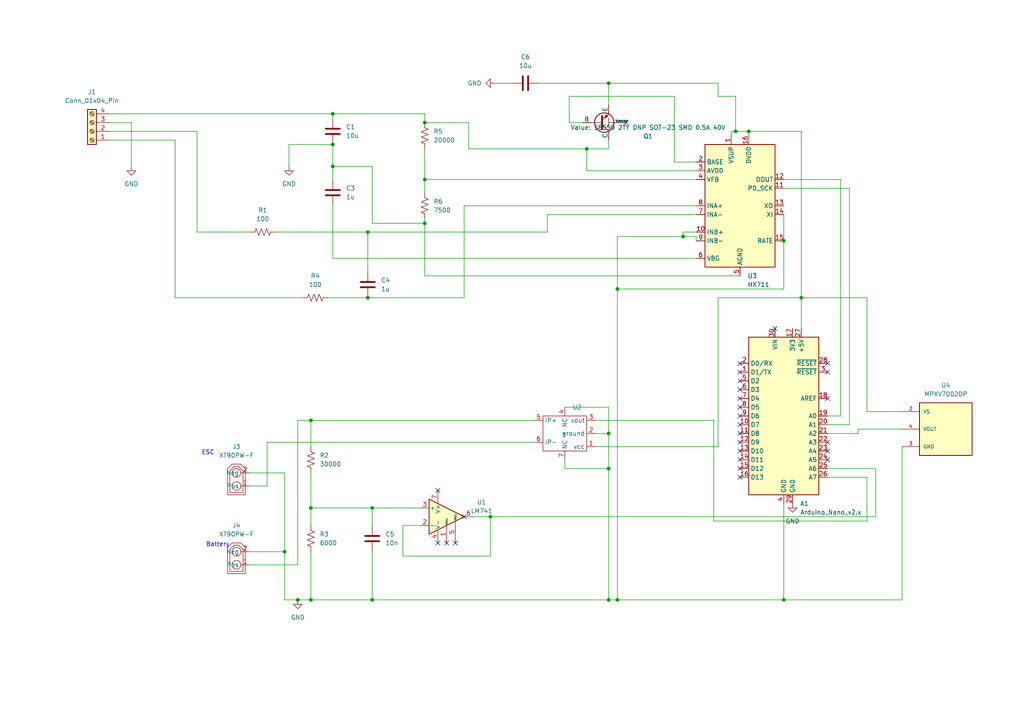
<source format=kicad_sch>
(kicad_sch (version 20230121) (generator eeschema)

  (uuid 5de3e6fd-b8e3-4ef4-89d0-61c729b79836)

  (paper "A4")

  (lib_symbols
    (symbol "Amplifier_Operational:LM741" (pin_names (offset 0.127)) (in_bom yes) (on_board yes)
      (property "Reference" "U" (at 0 6.35 0)
        (effects (font (size 1.27 1.27)) (justify left))
      )
      (property "Value" "LM741" (at 0 3.81 0)
        (effects (font (size 1.27 1.27)) (justify left))
      )
      (property "Footprint" "" (at 1.27 1.27 0)
        (effects (font (size 1.27 1.27)) hide)
      )
      (property "Datasheet" "http://www.ti.com/lit/ds/symlink/lm741.pdf" (at 3.81 3.81 0)
        (effects (font (size 1.27 1.27)) hide)
      )
      (property "ki_keywords" "single opamp" (at 0 0 0)
        (effects (font (size 1.27 1.27)) hide)
      )
      (property "ki_description" "Operational Amplifier, DIP-8/TO-99-8" (at 0 0 0)
        (effects (font (size 1.27 1.27)) hide)
      )
      (property "ki_fp_filters" "SOIC*3.9x4.9mm*P1.27mm* DIP*W7.62mm* TSSOP*3x3mm*P0.65mm*" (at 0 0 0)
        (effects (font (size 1.27 1.27)) hide)
      )
      (symbol "LM741_0_1"
        (polyline
          (pts
            (xy -5.08 5.08)
            (xy 5.08 0)
            (xy -5.08 -5.08)
            (xy -5.08 5.08)
          )
          (stroke (width 0.254) (type default))
          (fill (type background))
        )
      )
      (symbol "LM741_1_1"
        (pin input line (at 0 -7.62 90) (length 5.08)
          (name "NULL" (effects (font (size 0.508 0.508))))
          (number "1" (effects (font (size 1.27 1.27))))
        )
        (pin input line (at -7.62 -2.54 0) (length 2.54)
          (name "-" (effects (font (size 1.27 1.27))))
          (number "2" (effects (font (size 1.27 1.27))))
        )
        (pin input line (at -7.62 2.54 0) (length 2.54)
          (name "+" (effects (font (size 1.27 1.27))))
          (number "3" (effects (font (size 1.27 1.27))))
        )
        (pin power_in line (at -2.54 -7.62 90) (length 3.81)
          (name "V-" (effects (font (size 1.27 1.27))))
          (number "4" (effects (font (size 1.27 1.27))))
        )
        (pin input line (at 2.54 -7.62 90) (length 6.35)
          (name "NULL" (effects (font (size 0.508 0.508))))
          (number "5" (effects (font (size 1.27 1.27))))
        )
        (pin output line (at 7.62 0 180) (length 2.54)
          (name "~" (effects (font (size 1.27 1.27))))
          (number "6" (effects (font (size 1.27 1.27))))
        )
        (pin power_in line (at -2.54 7.62 270) (length 3.81)
          (name "V+" (effects (font (size 1.27 1.27))))
          (number "7" (effects (font (size 1.27 1.27))))
        )
        (pin no_connect line (at 0 2.54 270) (length 2.54) hide
          (name "NC" (effects (font (size 1.27 1.27))))
          (number "8" (effects (font (size 1.27 1.27))))
        )
      )
    )
    (symbol "Analog_ADC:HX711" (in_bom yes) (on_board yes)
      (property "Reference" "U" (at 5.08 21.59 0)
        (effects (font (size 1.27 1.27)))
      )
      (property "Value" "HX711" (at 7.62 19.05 0)
        (effects (font (size 1.27 1.27)))
      )
      (property "Footprint" "Package_SO:SOP-16_3.9x9.9mm_P1.27mm" (at 3.81 1.27 0)
        (effects (font (size 1.27 1.27)) hide)
      )
      (property "Datasheet" "https://cdn.sparkfun.com/datasheets/Sensors/ForceFlex/hx711_english.pdf" (at 3.81 -1.27 0)
        (effects (font (size 1.27 1.27)) hide)
      )
      (property "ki_keywords" "adc load cell 24-bits analog weigh" (at 0 0 0)
        (effects (font (size 1.27 1.27)) hide)
      )
      (property "ki_description" "24-Bit Analog-to-Digital Converter (ADC) for Weigh Scales" (at 0 0 0)
        (effects (font (size 1.27 1.27)) hide)
      )
      (property "ki_fp_filters" "SOP*3.9x9.9mm*P1.27mm*" (at 0 0 0)
        (effects (font (size 1.27 1.27)) hide)
      )
      (symbol "HX711_0_1"
        (rectangle (start -10.16 17.78) (end 10.16 -17.78)
          (stroke (width 0.254) (type default))
          (fill (type background))
        )
      )
      (symbol "HX711_1_1"
        (pin power_in line (at -2.54 20.32 270) (length 2.54)
          (name "VSUP" (effects (font (size 1.27 1.27))))
          (number "1" (effects (font (size 1.27 1.27))))
        )
        (pin input line (at -12.7 -7.62 0) (length 2.54)
          (name "INB+" (effects (font (size 1.27 1.27))))
          (number "10" (effects (font (size 1.27 1.27))))
        )
        (pin input line (at 12.7 5.08 180) (length 2.54)
          (name "PD_SCK" (effects (font (size 1.27 1.27))))
          (number "11" (effects (font (size 1.27 1.27))))
        )
        (pin output line (at 12.7 7.62 180) (length 2.54)
          (name "DOUT" (effects (font (size 1.27 1.27))))
          (number "12" (effects (font (size 1.27 1.27))))
        )
        (pin passive line (at 12.7 0 180) (length 2.54)
          (name "XO" (effects (font (size 1.27 1.27))))
          (number "13" (effects (font (size 1.27 1.27))))
        )
        (pin passive line (at 12.7 -2.54 180) (length 2.54)
          (name "XI" (effects (font (size 1.27 1.27))))
          (number "14" (effects (font (size 1.27 1.27))))
        )
        (pin input line (at 12.7 -10.16 180) (length 2.54)
          (name "RATE" (effects (font (size 1.27 1.27))))
          (number "15" (effects (font (size 1.27 1.27))))
        )
        (pin power_in line (at 2.54 20.32 270) (length 2.54)
          (name "DVDD" (effects (font (size 1.27 1.27))))
          (number "16" (effects (font (size 1.27 1.27))))
        )
        (pin passive line (at -12.7 12.7 0) (length 2.54)
          (name "BASE" (effects (font (size 1.27 1.27))))
          (number "2" (effects (font (size 1.27 1.27))))
        )
        (pin power_in line (at -12.7 10.16 0) (length 2.54)
          (name "AVDD" (effects (font (size 1.27 1.27))))
          (number "3" (effects (font (size 1.27 1.27))))
        )
        (pin input line (at -12.7 7.62 0) (length 2.54)
          (name "VFB" (effects (font (size 1.27 1.27))))
          (number "4" (effects (font (size 1.27 1.27))))
        )
        (pin power_in line (at 0 -20.32 90) (length 2.54)
          (name "AGND" (effects (font (size 1.27 1.27))))
          (number "5" (effects (font (size 1.27 1.27))))
        )
        (pin passive line (at -12.7 -15.24 0) (length 2.54)
          (name "VBG" (effects (font (size 1.27 1.27))))
          (number "6" (effects (font (size 1.27 1.27))))
        )
        (pin input line (at -12.7 -2.54 0) (length 2.54)
          (name "INA-" (effects (font (size 1.27 1.27))))
          (number "7" (effects (font (size 1.27 1.27))))
        )
        (pin input line (at -12.7 0 0) (length 2.54)
          (name "INA+" (effects (font (size 1.27 1.27))))
          (number "8" (effects (font (size 1.27 1.27))))
        )
        (pin input line (at -12.7 -10.16 0) (length 2.54)
          (name "INB-" (effects (font (size 1.27 1.27))))
          (number "9" (effects (font (size 1.27 1.27))))
        )
      )
    )
    (symbol "Connector:Screw_Terminal_01x04" (pin_names (offset 1.016) hide) (in_bom yes) (on_board yes)
      (property "Reference" "J" (at 0 5.08 0)
        (effects (font (size 1.27 1.27)))
      )
      (property "Value" "Screw_Terminal_01x04" (at 0 -7.62 0)
        (effects (font (size 1.27 1.27)))
      )
      (property "Footprint" "" (at 0 0 0)
        (effects (font (size 1.27 1.27)) hide)
      )
      (property "Datasheet" "~" (at 0 0 0)
        (effects (font (size 1.27 1.27)) hide)
      )
      (property "ki_keywords" "screw terminal" (at 0 0 0)
        (effects (font (size 1.27 1.27)) hide)
      )
      (property "ki_description" "Generic screw terminal, single row, 01x04, script generated (kicad-library-utils/schlib/autogen/connector/)" (at 0 0 0)
        (effects (font (size 1.27 1.27)) hide)
      )
      (property "ki_fp_filters" "TerminalBlock*:*" (at 0 0 0)
        (effects (font (size 1.27 1.27)) hide)
      )
      (symbol "Screw_Terminal_01x04_1_1"
        (rectangle (start -1.27 3.81) (end 1.27 -6.35)
          (stroke (width 0.254) (type default))
          (fill (type background))
        )
        (circle (center 0 -5.08) (radius 0.635)
          (stroke (width 0.1524) (type default))
          (fill (type none))
        )
        (circle (center 0 -2.54) (radius 0.635)
          (stroke (width 0.1524) (type default))
          (fill (type none))
        )
        (polyline
          (pts
            (xy -0.5334 -4.7498)
            (xy 0.3302 -5.588)
          )
          (stroke (width 0.1524) (type default))
          (fill (type none))
        )
        (polyline
          (pts
            (xy -0.5334 -2.2098)
            (xy 0.3302 -3.048)
          )
          (stroke (width 0.1524) (type default))
          (fill (type none))
        )
        (polyline
          (pts
            (xy -0.5334 0.3302)
            (xy 0.3302 -0.508)
          )
          (stroke (width 0.1524) (type default))
          (fill (type none))
        )
        (polyline
          (pts
            (xy -0.5334 2.8702)
            (xy 0.3302 2.032)
          )
          (stroke (width 0.1524) (type default))
          (fill (type none))
        )
        (polyline
          (pts
            (xy -0.3556 -4.572)
            (xy 0.508 -5.4102)
          )
          (stroke (width 0.1524) (type default))
          (fill (type none))
        )
        (polyline
          (pts
            (xy -0.3556 -2.032)
            (xy 0.508 -2.8702)
          )
          (stroke (width 0.1524) (type default))
          (fill (type none))
        )
        (polyline
          (pts
            (xy -0.3556 0.508)
            (xy 0.508 -0.3302)
          )
          (stroke (width 0.1524) (type default))
          (fill (type none))
        )
        (polyline
          (pts
            (xy -0.3556 3.048)
            (xy 0.508 2.2098)
          )
          (stroke (width 0.1524) (type default))
          (fill (type none))
        )
        (circle (center 0 0) (radius 0.635)
          (stroke (width 0.1524) (type default))
          (fill (type none))
        )
        (circle (center 0 2.54) (radius 0.635)
          (stroke (width 0.1524) (type default))
          (fill (type none))
        )
        (pin passive line (at -5.08 2.54 0) (length 3.81)
          (name "Pin_1" (effects (font (size 1.27 1.27))))
          (number "1" (effects (font (size 1.27 1.27))))
        )
        (pin passive line (at -5.08 0 0) (length 3.81)
          (name "Pin_2" (effects (font (size 1.27 1.27))))
          (number "2" (effects (font (size 1.27 1.27))))
        )
        (pin passive line (at -5.08 -2.54 0) (length 3.81)
          (name "Pin_3" (effects (font (size 1.27 1.27))))
          (number "3" (effects (font (size 1.27 1.27))))
        )
        (pin passive line (at -5.08 -5.08 0) (length 3.81)
          (name "Pin_4" (effects (font (size 1.27 1.27))))
          (number "4" (effects (font (size 1.27 1.27))))
        )
      )
    )
    (symbol "Device:C" (pin_numbers hide) (pin_names (offset 0.254)) (in_bom yes) (on_board yes)
      (property "Reference" "C" (at 0.635 2.54 0)
        (effects (font (size 1.27 1.27)) (justify left))
      )
      (property "Value" "C" (at 0.635 -2.54 0)
        (effects (font (size 1.27 1.27)) (justify left))
      )
      (property "Footprint" "" (at 0.9652 -3.81 0)
        (effects (font (size 1.27 1.27)) hide)
      )
      (property "Datasheet" "~" (at 0 0 0)
        (effects (font (size 1.27 1.27)) hide)
      )
      (property "ki_keywords" "cap capacitor" (at 0 0 0)
        (effects (font (size 1.27 1.27)) hide)
      )
      (property "ki_description" "Unpolarized capacitor" (at 0 0 0)
        (effects (font (size 1.27 1.27)) hide)
      )
      (property "ki_fp_filters" "C_*" (at 0 0 0)
        (effects (font (size 1.27 1.27)) hide)
      )
      (symbol "C_0_1"
        (polyline
          (pts
            (xy -2.032 -0.762)
            (xy 2.032 -0.762)
          )
          (stroke (width 0.508) (type default))
          (fill (type none))
        )
        (polyline
          (pts
            (xy -2.032 0.762)
            (xy 2.032 0.762)
          )
          (stroke (width 0.508) (type default))
          (fill (type none))
        )
      )
      (symbol "C_1_1"
        (pin passive line (at 0 3.81 270) (length 2.794)
          (name "~" (effects (font (size 1.27 1.27))))
          (number "1" (effects (font (size 1.27 1.27))))
        )
        (pin passive line (at 0 -3.81 90) (length 2.794)
          (name "~" (effects (font (size 1.27 1.27))))
          (number "2" (effects (font (size 1.27 1.27))))
        )
      )
    )
    (symbol "Device:R_US" (pin_numbers hide) (pin_names (offset 0)) (in_bom yes) (on_board yes)
      (property "Reference" "R" (at 2.54 0 90)
        (effects (font (size 1.27 1.27)))
      )
      (property "Value" "R_US" (at -2.54 0 90)
        (effects (font (size 1.27 1.27)))
      )
      (property "Footprint" "" (at 1.016 -0.254 90)
        (effects (font (size 1.27 1.27)) hide)
      )
      (property "Datasheet" "~" (at 0 0 0)
        (effects (font (size 1.27 1.27)) hide)
      )
      (property "ki_keywords" "R res resistor" (at 0 0 0)
        (effects (font (size 1.27 1.27)) hide)
      )
      (property "ki_description" "Resistor, US symbol" (at 0 0 0)
        (effects (font (size 1.27 1.27)) hide)
      )
      (property "ki_fp_filters" "R_*" (at 0 0 0)
        (effects (font (size 1.27 1.27)) hide)
      )
      (symbol "R_US_0_1"
        (polyline
          (pts
            (xy 0 -2.286)
            (xy 0 -2.54)
          )
          (stroke (width 0) (type default))
          (fill (type none))
        )
        (polyline
          (pts
            (xy 0 2.286)
            (xy 0 2.54)
          )
          (stroke (width 0) (type default))
          (fill (type none))
        )
        (polyline
          (pts
            (xy 0 -0.762)
            (xy 1.016 -1.143)
            (xy 0 -1.524)
            (xy -1.016 -1.905)
            (xy 0 -2.286)
          )
          (stroke (width 0) (type default))
          (fill (type none))
        )
        (polyline
          (pts
            (xy 0 0.762)
            (xy 1.016 0.381)
            (xy 0 0)
            (xy -1.016 -0.381)
            (xy 0 -0.762)
          )
          (stroke (width 0) (type default))
          (fill (type none))
        )
        (polyline
          (pts
            (xy 0 2.286)
            (xy 1.016 1.905)
            (xy 0 1.524)
            (xy -1.016 1.143)
            (xy 0 0.762)
          )
          (stroke (width 0) (type default))
          (fill (type none))
        )
      )
      (symbol "R_US_1_1"
        (pin passive line (at 0 3.81 270) (length 1.27)
          (name "~" (effects (font (size 1.27 1.27))))
          (number "1" (effects (font (size 1.27 1.27))))
        )
        (pin passive line (at 0 -3.81 90) (length 1.27)
          (name "~" (effects (font (size 1.27 1.27))))
          (number "2" (effects (font (size 1.27 1.27))))
        )
      )
    )
    (symbol "MCU_Module:Arduino_Nano_v2.x" (in_bom yes) (on_board yes)
      (property "Reference" "A" (at -10.16 23.495 0)
        (effects (font (size 1.27 1.27)) (justify left bottom))
      )
      (property "Value" "Arduino_Nano_v2.x" (at 5.08 -24.13 0)
        (effects (font (size 1.27 1.27)) (justify left top))
      )
      (property "Footprint" "Module:Arduino_Nano" (at 0 0 0)
        (effects (font (size 1.27 1.27) italic) hide)
      )
      (property "Datasheet" "https://www.arduino.cc/en/uploads/Main/ArduinoNanoManual23.pdf" (at 0 0 0)
        (effects (font (size 1.27 1.27)) hide)
      )
      (property "ki_keywords" "Arduino nano microcontroller module USB" (at 0 0 0)
        (effects (font (size 1.27 1.27)) hide)
      )
      (property "ki_description" "Arduino Nano v2.x" (at 0 0 0)
        (effects (font (size 1.27 1.27)) hide)
      )
      (property "ki_fp_filters" "Arduino*Nano*" (at 0 0 0)
        (effects (font (size 1.27 1.27)) hide)
      )
      (symbol "Arduino_Nano_v2.x_0_1"
        (rectangle (start -10.16 22.86) (end 10.16 -22.86)
          (stroke (width 0.254) (type default))
          (fill (type background))
        )
      )
      (symbol "Arduino_Nano_v2.x_1_1"
        (pin bidirectional line (at -12.7 12.7 0) (length 2.54)
          (name "D1/TX" (effects (font (size 1.27 1.27))))
          (number "1" (effects (font (size 1.27 1.27))))
        )
        (pin bidirectional line (at -12.7 -2.54 0) (length 2.54)
          (name "D7" (effects (font (size 1.27 1.27))))
          (number "10" (effects (font (size 1.27 1.27))))
        )
        (pin bidirectional line (at -12.7 -5.08 0) (length 2.54)
          (name "D8" (effects (font (size 1.27 1.27))))
          (number "11" (effects (font (size 1.27 1.27))))
        )
        (pin bidirectional line (at -12.7 -7.62 0) (length 2.54)
          (name "D9" (effects (font (size 1.27 1.27))))
          (number "12" (effects (font (size 1.27 1.27))))
        )
        (pin bidirectional line (at -12.7 -10.16 0) (length 2.54)
          (name "D10" (effects (font (size 1.27 1.27))))
          (number "13" (effects (font (size 1.27 1.27))))
        )
        (pin bidirectional line (at -12.7 -12.7 0) (length 2.54)
          (name "D11" (effects (font (size 1.27 1.27))))
          (number "14" (effects (font (size 1.27 1.27))))
        )
        (pin bidirectional line (at -12.7 -15.24 0) (length 2.54)
          (name "D12" (effects (font (size 1.27 1.27))))
          (number "15" (effects (font (size 1.27 1.27))))
        )
        (pin bidirectional line (at -12.7 -17.78 0) (length 2.54)
          (name "D13" (effects (font (size 1.27 1.27))))
          (number "16" (effects (font (size 1.27 1.27))))
        )
        (pin power_out line (at 2.54 25.4 270) (length 2.54)
          (name "3V3" (effects (font (size 1.27 1.27))))
          (number "17" (effects (font (size 1.27 1.27))))
        )
        (pin input line (at 12.7 5.08 180) (length 2.54)
          (name "AREF" (effects (font (size 1.27 1.27))))
          (number "18" (effects (font (size 1.27 1.27))))
        )
        (pin bidirectional line (at 12.7 0 180) (length 2.54)
          (name "A0" (effects (font (size 1.27 1.27))))
          (number "19" (effects (font (size 1.27 1.27))))
        )
        (pin bidirectional line (at -12.7 15.24 0) (length 2.54)
          (name "D0/RX" (effects (font (size 1.27 1.27))))
          (number "2" (effects (font (size 1.27 1.27))))
        )
        (pin bidirectional line (at 12.7 -2.54 180) (length 2.54)
          (name "A1" (effects (font (size 1.27 1.27))))
          (number "20" (effects (font (size 1.27 1.27))))
        )
        (pin bidirectional line (at 12.7 -5.08 180) (length 2.54)
          (name "A2" (effects (font (size 1.27 1.27))))
          (number "21" (effects (font (size 1.27 1.27))))
        )
        (pin bidirectional line (at 12.7 -7.62 180) (length 2.54)
          (name "A3" (effects (font (size 1.27 1.27))))
          (number "22" (effects (font (size 1.27 1.27))))
        )
        (pin bidirectional line (at 12.7 -10.16 180) (length 2.54)
          (name "A4" (effects (font (size 1.27 1.27))))
          (number "23" (effects (font (size 1.27 1.27))))
        )
        (pin bidirectional line (at 12.7 -12.7 180) (length 2.54)
          (name "A5" (effects (font (size 1.27 1.27))))
          (number "24" (effects (font (size 1.27 1.27))))
        )
        (pin bidirectional line (at 12.7 -15.24 180) (length 2.54)
          (name "A6" (effects (font (size 1.27 1.27))))
          (number "25" (effects (font (size 1.27 1.27))))
        )
        (pin bidirectional line (at 12.7 -17.78 180) (length 2.54)
          (name "A7" (effects (font (size 1.27 1.27))))
          (number "26" (effects (font (size 1.27 1.27))))
        )
        (pin power_out line (at 5.08 25.4 270) (length 2.54)
          (name "+5V" (effects (font (size 1.27 1.27))))
          (number "27" (effects (font (size 1.27 1.27))))
        )
        (pin input line (at 12.7 15.24 180) (length 2.54)
          (name "~{RESET}" (effects (font (size 1.27 1.27))))
          (number "28" (effects (font (size 1.27 1.27))))
        )
        (pin power_in line (at 2.54 -25.4 90) (length 2.54)
          (name "GND" (effects (font (size 1.27 1.27))))
          (number "29" (effects (font (size 1.27 1.27))))
        )
        (pin input line (at 12.7 12.7 180) (length 2.54)
          (name "~{RESET}" (effects (font (size 1.27 1.27))))
          (number "3" (effects (font (size 1.27 1.27))))
        )
        (pin power_in line (at -2.54 25.4 270) (length 2.54)
          (name "VIN" (effects (font (size 1.27 1.27))))
          (number "30" (effects (font (size 1.27 1.27))))
        )
        (pin power_in line (at 0 -25.4 90) (length 2.54)
          (name "GND" (effects (font (size 1.27 1.27))))
          (number "4" (effects (font (size 1.27 1.27))))
        )
        (pin bidirectional line (at -12.7 10.16 0) (length 2.54)
          (name "D2" (effects (font (size 1.27 1.27))))
          (number "5" (effects (font (size 1.27 1.27))))
        )
        (pin bidirectional line (at -12.7 7.62 0) (length 2.54)
          (name "D3" (effects (font (size 1.27 1.27))))
          (number "6" (effects (font (size 1.27 1.27))))
        )
        (pin bidirectional line (at -12.7 5.08 0) (length 2.54)
          (name "D4" (effects (font (size 1.27 1.27))))
          (number "7" (effects (font (size 1.27 1.27))))
        )
        (pin bidirectional line (at -12.7 2.54 0) (length 2.54)
          (name "D5" (effects (font (size 1.27 1.27))))
          (number "8" (effects (font (size 1.27 1.27))))
        )
        (pin bidirectional line (at -12.7 0 0) (length 2.54)
          (name "D6" (effects (font (size 1.27 1.27))))
          (number "9" (effects (font (size 1.27 1.27))))
        )
      )
    )
    (symbol "Simulation_SPICE:PNP_Substrate" (pin_numbers hide) (pin_names (offset 0)) (in_bom yes) (on_board yes)
      (property "Reference" "Q" (at 4.445 4.445 0)
        (effects (font (size 1.27 1.27)) (justify left))
      )
      (property "Value" "PNP_Substrate" (at 4.445 2.54 0)
        (effects (font (size 1.27 1.27)) (justify left))
      )
      (property "Footprint" "" (at 35.56 0 0)
        (effects (font (size 1.27 1.27)) hide)
      )
      (property "Datasheet" "~" (at 35.56 0 0)
        (effects (font (size 1.27 1.27)) hide)
      )
      (property "Sim.Device" "PNP" (at 0 0 0)
        (effects (font (size 1.27 1.27)) hide)
      )
      (property "Sim.Type" "GUMMELPOON" (at 0 0 0)
        (effects (font (size 1.27 1.27)) hide)
      )
      (property "Sim.Pins" "1=C 2=B 3=E" (at 0 0 0)
        (effects (font (size 1.27 1.27)) hide)
      )
      (property "ki_keywords" "simulation" (at 0 0 0)
        (effects (font (size 1.27 1.27)) hide)
      )
      (property "ki_description" "Bipolar transistor symbol for simulation only, with substrate pin" (at 0 0 0)
        (effects (font (size 1.27 1.27)) hide)
      )
      (symbol "PNP_Substrate_0_1"
        (polyline
          (pts
            (xy -2.54 0)
            (xy 0.635 0)
          )
          (stroke (width 0.1524) (type default))
          (fill (type none))
        )
        (polyline
          (pts
            (xy 0.635 0.635)
            (xy 2.54 2.54)
          )
          (stroke (width 0) (type default))
          (fill (type none))
        )
        (polyline
          (pts
            (xy 2.54 0)
            (xy 5.08 0)
          )
          (stroke (width 0.1524) (type default))
          (fill (type none))
        )
        (polyline
          (pts
            (xy 0.635 -0.635)
            (xy 2.54 -2.54)
            (xy 2.54 -2.54)
          )
          (stroke (width 0) (type default))
          (fill (type none))
        )
        (polyline
          (pts
            (xy 0.635 1.905)
            (xy 0.635 -1.905)
            (xy 0.635 -1.905)
          )
          (stroke (width 0.508) (type default))
          (fill (type none))
        )
        (polyline
          (pts
            (xy 2.54 0)
            (xy 2.54 1.27)
            (xy 2.54 0)
            (xy 2.54 -1.27)
          )
          (stroke (width 0.1524) (type default))
          (fill (type none))
        )
        (polyline
          (pts
            (xy 2.286 -1.778)
            (xy 1.778 -2.286)
            (xy 1.27 -1.27)
            (xy 2.286 -1.778)
            (xy 2.286 -1.778)
          )
          (stroke (width 0) (type default))
          (fill (type outline))
        )
        (circle (center 1.27 0) (radius 2.8194)
          (stroke (width 0.254) (type default))
          (fill (type none))
        )
      )
      (symbol "PNP_Substrate_1_1"
        (pin open_collector line (at 2.54 5.08 270) (length 2.54)
          (name "C" (effects (font (size 1.27 1.27))))
          (number "1" (effects (font (size 1.27 1.27))))
        )
        (pin input line (at -5.08 0 0) (length 2.54)
          (name "B" (effects (font (size 1.27 1.27))))
          (number "2" (effects (font (size 1.27 1.27))))
        )
        (pin open_emitter line (at 2.54 -5.08 90) (length 2.54)
          (name "E" (effects (font (size 1.27 1.27))))
          (number "3" (effects (font (size 1.27 1.27))))
        )
        (pin passive line (at 7.62 0 180) (length 2.54)
          (name "Substrate" (effects (font (size 0.5 0.5))))
          (number "4" (effects (font (size 1.27 1.27))))
        )
      )
    )
    (symbol "Userlib:MPXV7002DP" (pin_names (offset 1.016)) (in_bom yes) (on_board yes)
      (property "Reference" "U" (at -7.62 8.89 0)
        (effects (font (size 1.27 1.27)) (justify left bottom))
      )
      (property "Value" "MPXV7002DP" (at -7.62 -8.89 0)
        (effects (font (size 1.27 1.27)) (justify left top))
      )
      (property "Footprint" "" (at 0 0 0)
        (effects (font (size 1.27 1.27)) (justify bottom) hide)
      )
      (property "Datasheet" "" (at 0 0 0)
        (effects (font (size 1.27 1.27)) hide)
      )
      (property "MF" "" (at 0 0 0)
        (effects (font (size 1.27 1.27)) (justify bottom) hide)
      )
      (property "MAXIMUM_PACKAGE_HEIGHT" "" (at 0 0 0)
        (effects (font (size 1.27 1.27)) (justify bottom) hide)
      )
      (property "Package" "" (at 0 0 0)
        (effects (font (size 1.27 1.27)) (justify bottom) hide)
      )
      (property "Price" "" (at 0 0 0)
        (effects (font (size 1.27 1.27)) (justify bottom) hide)
      )
      (property "Check_prices" "" (at 0 0 0)
        (effects (font (size 1.27 1.27)) (justify bottom) hide)
      )
      (property "STANDARD" "" (at -2.54 -5.08 0)
        (effects (font (size 1.27 1.27)) (justify bottom) hide)
      )
      (property "PARTREV" "4" (at 0 0 0)
        (effects (font (size 1.27 1.27)) (justify bottom) hide)
      )
      (property "SnapEDA_Link" "" (at 0 0 0)
        (effects (font (size 1.27 1.27)) (justify bottom) hide)
      )
      (property "MP" "" (at -12.7 -9.525 0)
        (effects (font (size 1.27 1.27)) (justify bottom) hide)
      )
      (property "Purchase-URL" "" (at 0 0 0)
        (effects (font (size 1.27 1.27)) (justify bottom) hide)
      )
      (property "Description" "\nPressure Sensor ±0.29PSI (±2kPa) Differential Male - 0.13 (3.3mm) Tube, Dual 0.5 V ~ 4.5 V 8-BSOP (0.475, 12.06mm Width) Dual Ports, Same Side\n" (at 0 -1.905 0)
        (effects (font (size 1.27 1.27)) (justify bottom) hide)
      )
      (property "Availability" "" (at 0 0 0)
        (effects (font (size 1.27 1.27)) (justify bottom) hide)
      )
      (property "MANUFACTURER" "" (at 0 0 0)
        (effects (font (size 1.27 1.27)) (justify bottom) hide)
      )
      (symbol "MPXV7002DP_0_0"
        (rectangle (start -7.62 7.62) (end 7.62 -7.62)
          (stroke (width 0.254) (type default))
          (fill (type background))
        )
        (pin power_in line (at 12.7 5.08 180) (length 5.08)
          (name "VS" (effects (font (size 1.016 1.016))))
          (number "2" (effects (font (size 1.016 1.016))))
        )
        (pin power_in line (at 12.7 -5.08 180) (length 5.08)
          (name "GND" (effects (font (size 1.016 1.016))))
          (number "3" (effects (font (size 1.016 1.016))))
        )
        (pin output line (at 12.7 0 180) (length 5.08)
          (name "VOUT" (effects (font (size 1.016 1.016))))
          (number "4" (effects (font (size 1.016 1.016))))
        )
      )
    )
    (symbol "Userlib:XT90F" (in_bom yes) (on_board yes)
      (property "Reference" "J4" (at 0 8.89 0)
        (effects (font (size 1.27 1.27)))
      )
      (property "Value" "XT90PW-F" (at 0 6.35 0)
        (effects (font (size 1.27 1.27)))
      )
      (property "Footprint" "XT90PW-F:AMASS_XT90PW-F" (at 0 8.89 0)
        (effects (font (size 1.27 1.27)) hide)
      )
      (property "Datasheet" "" (at 0 0 0)
        (effects (font (size 1.27 1.27)) hide)
      )
      (property "MAXIMUM_PACKAGE_HEIGHT" "10.3 mm" (at 1.27 7.62 0)
        (effects (font (size 1.27 1.27)) (justify bottom) hide)
      )
      (property "MF" "AMASS" (at 0 0 0)
        (effects (font (size 1.27 1.27)) (justify bottom) hide)
      )
      (property "Package" "Package" (at 0 6.35 0)
        (effects (font (size 1.27 1.27)) (justify bottom) hide)
      )
      (property "Price" "None" (at 0 0 0)
        (effects (font (size 1.27 1.27)) (justify bottom) hide)
      )
      (property "Check_prices" "https://www.snapeda.com/parts/XT90PW-F/AMASS/view-part/?ref=eda" (at -1.27 6.35 0)
        (effects (font (size 1.27 1.27)) (justify bottom) hide)
      )
      (property "STANDARD" "Manufacturer Recommendations" (at 0 5.08 0)
        (effects (font (size 1.27 1.27)) (justify bottom) hide)
      )
      (property "PARTREV" "V00" (at 0 0 0)
        (effects (font (size 1.27 1.27)) (justify bottom) hide)
      )
      (property "SnapEDA_Link" "https://www.snapeda.com/parts/XT90PW-F/AMASS/view-part/?ref=snap" (at 0 6.35 0)
        (effects (font (size 1.27 1.27)) (justify bottom) hide)
      )
      (property "MP" "XT90PW-F" (at 0 5.08 0)
        (effects (font (size 1.27 1.27)) (justify bottom) hide)
      )
      (property "Description" "\nSocket, DC supply, XT90, female, PIN:2, on PCBs, THT\n" (at 0 6.35 0)
        (effects (font (size 1.27 1.27)) (justify bottom) hide)
      )
      (property "Availability" "Not in stock" (at 0 8.89 0)
        (effects (font (size 1.27 1.27)) (justify bottom) hide)
      )
      (property "MANUFACTURER" "AMASS" (at 0 0 0)
        (effects (font (size 1.27 1.27)) (justify bottom) hide)
      )
      (symbol "XT90F_0_1"
        (circle (center 0 -2.54) (radius 1.27)
          (stroke (width 0) (type default))
          (fill (type none))
        )
        (polyline
          (pts
            (xy -1.905 -4.445)
            (xy -1.905 1.905)
            (xy -0.635 3.175)
            (xy 0.635 3.175)
            (xy 1.905 1.905)
            (xy 1.905 -4.445)
            (xy -1.905 -4.445)
          )
          (stroke (width 0) (type default))
          (fill (type none))
        )
        (polyline
          (pts
            (xy -2.54 0)
            (xy -2.54 2.54)
            (xy -1.27 3.81)
            (xy 1.27 3.81)
            (xy 2.54 2.54)
            (xy 2.54 0)
            (xy 2.54 -5.08)
            (xy -2.54 -5.08)
            (xy -2.54 0)
            (xy -2.54 -1.27)
          )
          (stroke (width 0) (type default))
          (fill (type none))
        )
        (circle (center 0 1.27) (radius 1.27)
          (stroke (width 0) (type default))
          (fill (type none))
        )
      )
      (symbol "XT90F_1_1"
        (pin power_in line (at 3.81 -2.54 180) (length 2.54)
          (name "Pos" (effects (font (size 1.27 1.27))))
          (number "1" (effects (font (size 1.27 1.27))))
        )
        (pin power_in line (at 3.81 1.27 180) (length 2.54)
          (name "Neg" (effects (font (size 1.27 1.27))))
          (number "2" (effects (font (size 1.27 1.27))))
        )
      )
    )
    (symbol "XT90F_1" (in_bom yes) (on_board yes)
      (property "Reference" "J3" (at 0 8.89 0)
        (effects (font (size 1.27 1.27)))
      )
      (property "Value" "XT90PW-F" (at 0 6.35 0)
        (effects (font (size 1.27 1.27)))
      )
      (property "Footprint" "XT90PW-F:AMASS_XT90PW-F" (at -1.27 -15.24 0)
        (effects (font (size 1.27 1.27)) hide)
      )
      (property "Datasheet" "" (at 0 0 0)
        (effects (font (size 1.27 1.27)) hide)
      )
      (property "MAXIMUM_PACKAGE_HEIGHT" "10.3 mm" (at -12.7 -1.27 0)
        (effects (font (size 1.27 1.27)) (justify bottom) hide)
      )
      (property "MF" "AMASS" (at -13.97 6.35 0)
        (effects (font (size 1.27 1.27)) (justify bottom) hide)
      )
      (property "Package" "Package" (at -20.32 11.43 0)
        (effects (font (size 1.27 1.27)) (justify bottom) hide)
      )
      (property "Price" "None" (at -8.89 5.08 0)
        (effects (font (size 1.27 1.27)) (justify bottom) hide)
      )
      (property "Check_prices" "https://www.snapeda.com/parts/XT90PW-F/AMASS/view-part/?ref=eda" (at 1.27 -21.59 0)
        (effects (font (size 1.27 1.27)) (justify bottom) hide)
      )
      (property "STANDARD" "Manufacturer Recommendations" (at -1.27 -26.67 0)
        (effects (font (size 1.27 1.27)) (justify bottom) hide)
      )
      (property "PARTREV" "V00" (at -20.32 5.08 0)
        (effects (font (size 1.27 1.27)) (justify bottom) hide)
      )
      (property "SnapEDA_Link" "https://www.snapeda.com/parts/XT90PW-F/AMASS/view-part/?ref=snap" (at 1.27 -30.48 0)
        (effects (font (size 1.27 1.27)) (justify bottom) hide)
      )
      (property "MP" "XT90PW-F" (at -13.97 2.54 0)
        (effects (font (size 1.27 1.27)) (justify bottom) hide)
      )
      (property "Description" "\nSocket, DC supply, XT90, female, PIN:2, on PCBs, THT\n" (at -5.08 -10.16 0)
        (effects (font (size 1.27 1.27)) (justify bottom) hide)
      )
      (property "Availability" "Not in stock" (at -12.7 8.89 0)
        (effects (font (size 1.27 1.27)) (justify bottom) hide)
      )
      (property "MANUFACTURER" "AMASS" (at -11.43 13.97 0)
        (effects (font (size 1.27 1.27)) (justify bottom) hide)
      )
      (symbol "XT90F_1_0_1"
        (circle (center 0 -2.54) (radius 1.27)
          (stroke (width 0) (type default))
          (fill (type none))
        )
        (polyline
          (pts
            (xy -1.905 -4.445)
            (xy -1.905 1.905)
            (xy -0.635 3.175)
            (xy 0.635 3.175)
            (xy 1.905 1.905)
            (xy 1.905 -4.445)
            (xy -1.905 -4.445)
          )
          (stroke (width 0) (type default))
          (fill (type none))
        )
        (polyline
          (pts
            (xy -2.54 0)
            (xy -2.54 2.54)
            (xy -1.27 3.81)
            (xy 1.27 3.81)
            (xy 2.54 2.54)
            (xy 2.54 0)
            (xy 2.54 -5.08)
            (xy -2.54 -5.08)
            (xy -2.54 0)
            (xy -2.54 -1.27)
          )
          (stroke (width 0) (type default))
          (fill (type none))
        )
        (circle (center 0 1.27) (radius 1.27)
          (stroke (width 0) (type default))
          (fill (type none))
        )
      )
      (symbol "XT90F_1_1_1"
        (pin power_in line (at 3.81 -2.54 180) (length 2.54)
          (name "Pos" (effects (font (size 1.27 1.27))))
          (number "1" (effects (font (size 1.27 1.27))))
        )
        (pin power_in line (at 3.81 1.27 180) (length 2.54)
          (name "Neg" (effects (font (size 1.27 1.27))))
          (number "2" (effects (font (size 1.27 1.27))))
        )
      )
    )
    (symbol "acs781xlr:ACS781xLR" (in_bom yes) (on_board yes)
      (property "Reference" "U2" (at 2.1941 7.62 0)
        (effects (font (size 1.27 1.27)) (justify left))
      )
      (property "Value" "~" (at 0 0 0)
        (effects (font (size 1.27 1.27)))
      )
      (property "Footprint" "Userlib:ACS781LLRTR-100U-T" (at 0 -1.27 0)
        (effects (font (size 1.27 1.27)) hide)
      )
      (property "Datasheet" "" (at 0 0 0)
        (effects (font (size 1.27 1.27)) hide)
      )
      (symbol "ACS781xLR_0_1"
        (rectangle (start -6.35 5.08) (end 6.35 -5.08)
          (stroke (width 0) (type default))
          (fill (type none))
        )
      )
      (symbol "ACS781xLR_1_1"
        (pin power_in line (at 8.89 -3.81 180) (length 2.54)
          (name "vcc" (effects (font (size 1.27 1.27))))
          (number "1" (effects (font (size 1.27 1.27))))
        )
        (pin passive line (at 8.89 0 180) (length 2.54)
          (name "ground" (effects (font (size 1.27 1.27))))
          (number "2" (effects (font (size 1.27 1.27))))
        )
        (pin power_out line (at 8.89 3.81 180) (length 2.54)
          (name "vout" (effects (font (size 1.27 1.27))))
          (number "3" (effects (font (size 1.27 1.27))))
        )
        (pin passive line (at 0 7.62 270) (length 2.54)
          (name "NC" (effects (font (size 1.27 1.27))))
          (number "4" (effects (font (size 1.27 1.27))))
        )
        (pin input line (at -8.89 3.81 0) (length 2.54)
          (name "IP+" (effects (font (size 1.27 1.27))))
          (number "5" (effects (font (size 1.27 1.27))))
        )
        (pin input line (at -8.89 -2.54 0) (length 2.54)
          (name "IP-" (effects (font (size 1.27 1.27))))
          (number "6" (effects (font (size 1.27 1.27))))
        )
        (pin passive line (at 0 -7.62 90) (length 2.54)
          (name "NC" (effects (font (size 1.27 1.27))))
          (number "7" (effects (font (size 1.27 1.27))))
        )
      )
    )
    (symbol "power:GND" (power) (pin_names (offset 0)) (in_bom yes) (on_board yes)
      (property "Reference" "#PWR" (at 0 -6.35 0)
        (effects (font (size 1.27 1.27)) hide)
      )
      (property "Value" "GND" (at 0 -3.81 0)
        (effects (font (size 1.27 1.27)))
      )
      (property "Footprint" "" (at 0 0 0)
        (effects (font (size 1.27 1.27)) hide)
      )
      (property "Datasheet" "" (at 0 0 0)
        (effects (font (size 1.27 1.27)) hide)
      )
      (property "ki_keywords" "global power" (at 0 0 0)
        (effects (font (size 1.27 1.27)) hide)
      )
      (property "ki_description" "Power symbol creates a global label with name \"GND\" , ground" (at 0 0 0)
        (effects (font (size 1.27 1.27)) hide)
      )
      (symbol "GND_0_1"
        (polyline
          (pts
            (xy 0 0)
            (xy 0 -1.27)
            (xy 1.27 -1.27)
            (xy 0 -2.54)
            (xy -1.27 -1.27)
            (xy 0 -1.27)
          )
          (stroke (width 0) (type default))
          (fill (type none))
        )
      )
      (symbol "GND_1_1"
        (pin power_in line (at 0 0 270) (length 0) hide
          (name "GND" (effects (font (size 1.27 1.27))))
          (number "1" (effects (font (size 1.27 1.27))))
        )
      )
    )
  )

  (junction (at 176.53 24.13) (diameter 0) (color 0 0 0 0)
    (uuid 06119839-2193-45bf-b72d-c41e61634066)
  )
  (junction (at 96.52 33.02) (diameter 0) (color 0 0 0 0)
    (uuid 1131cf13-79a0-4eb8-b0a1-7ef9b6a19f6b)
  )
  (junction (at 123.19 35.56) (diameter 0) (color 0 0 0 0)
    (uuid 18476239-ad83-4c3e-9409-446ae2522575)
  )
  (junction (at 142.24 149.86) (diameter 0) (color 0 0 0 0)
    (uuid 21529ffd-37f1-4a0e-9ed1-9313d96739be)
  )
  (junction (at 90.17 121.92) (diameter 0) (color 0 0 0 0)
    (uuid 2fd7105e-8df1-44f7-9386-24db75dba3a6)
  )
  (junction (at 213.36 38.1) (diameter 0) (color 0 0 0 0)
    (uuid 3832afaf-e625-4fb5-a413-7888e302e50f)
  )
  (junction (at 82.55 160.02) (diameter 0) (color 0 0 0 0)
    (uuid 3b535cd7-96fe-41f3-b929-4d86e0c6c899)
  )
  (junction (at 123.19 64.77) (diameter 0) (color 0 0 0 0)
    (uuid 40d488e0-b4e2-4aeb-84f7-a715cc9137ea)
  )
  (junction (at 107.95 173.99) (diameter 0) (color 0 0 0 0)
    (uuid 4b151f12-24e2-47ca-b22f-708cbc5b8b2a)
  )
  (junction (at 176.53 125.73) (diameter 0) (color 0 0 0 0)
    (uuid 4cb7a75e-b6dc-4ac6-8ae2-74ff5370abad)
  )
  (junction (at 86.36 173.99) (diameter 0) (color 0 0 0 0)
    (uuid 520305d4-e41b-4c73-a572-d7e60cc39f55)
  )
  (junction (at 198.12 68.58) (diameter 0) (color 0 0 0 0)
    (uuid 539aac78-740e-4523-af40-6afc31c4b41e)
  )
  (junction (at 96.52 41.91) (diameter 0) (color 0 0 0 0)
    (uuid 568ebd03-47db-46e0-a44b-369b9ba6f2d4)
  )
  (junction (at 96.52 48.26) (diameter 0) (color 0 0 0 0)
    (uuid 7a2aeffa-dcfc-41b7-a024-fc4c00ec535b)
  )
  (junction (at 227.33 69.85) (diameter 0) (color 0 0 0 0)
    (uuid 81a92e8f-7952-414b-bc77-84e2ffc8fc11)
  )
  (junction (at 170.18 43.18) (diameter 0) (color 0 0 0 0)
    (uuid 8b93f302-ebcf-4c32-8388-343278641db9)
  )
  (junction (at 176.53 135.89) (diameter 0) (color 0 0 0 0)
    (uuid 8bea3d81-3cf8-4609-9e98-92f1565d5b01)
  )
  (junction (at 90.17 147.32) (diameter 0) (color 0 0 0 0)
    (uuid 98d26476-e185-4165-b95d-88a474d4a31f)
  )
  (junction (at 217.17 38.1) (diameter 0) (color 0 0 0 0)
    (uuid 9b38f02d-6f63-4347-86b7-34e812baa7c1)
  )
  (junction (at 90.17 173.99) (diameter 0) (color 0 0 0 0)
    (uuid 9c1eb773-8aba-429d-940e-cfc5b65c02ac)
  )
  (junction (at 179.07 173.99) (diameter 0) (color 0 0 0 0)
    (uuid a0068e19-ca6d-407e-82c3-d55afc3b4b87)
  )
  (junction (at 227.33 173.99) (diameter 0) (color 0 0 0 0)
    (uuid affa5c88-9195-4cc4-8f39-929c1a73010f)
  )
  (junction (at 232.41 86.36) (diameter 0) (color 0 0 0 0)
    (uuid bb97ee66-40a2-4dae-8ee2-e19670f03ca0)
  )
  (junction (at 179.07 83.82) (diameter 0) (color 0 0 0 0)
    (uuid c3cfd7de-0a04-414a-8ab9-5e92136a08e4)
  )
  (junction (at 123.19 52.07) (diameter 0) (color 0 0 0 0)
    (uuid c817f566-5dfd-4e1f-898b-92172f54cbe8)
  )
  (junction (at 176.53 173.99) (diameter 0) (color 0 0 0 0)
    (uuid ca0a0a02-86d8-4b97-8441-ea9f3e81e2a0)
  )
  (junction (at 106.68 86.36) (diameter 0) (color 0 0 0 0)
    (uuid d6700c65-559a-4e49-9a02-c1d0a471a15a)
  )
  (junction (at 106.68 67.31) (diameter 0) (color 0 0 0 0)
    (uuid d715ada7-0abc-4bb8-a8e6-029b16d2e2fb)
  )
  (junction (at 107.95 147.32) (diameter 0) (color 0 0 0 0)
    (uuid e8d1113c-08ad-4d72-9a55-92be8ebe22c3)
  )

  (no_connect (at 240.03 130.81) (uuid 1f8c338f-96a8-473e-bc51-ca871c305487))
  (no_connect (at 214.63 105.41) (uuid 23be54ca-c263-4bfa-8cc8-09a8500730b3))
  (no_connect (at 214.63 128.27) (uuid 2c7a2e88-993d-4aff-942a-f1389308b22a))
  (no_connect (at 240.03 128.27) (uuid 3cbd310c-59c4-4969-b87c-affd02dfbff1))
  (no_connect (at 214.63 138.43) (uuid 4108dc93-b717-42d6-890e-a2597b2260ae))
  (no_connect (at 214.63 107.95) (uuid 45664334-0505-4e22-9029-81fffbf7d5c9))
  (no_connect (at 240.03 107.95) (uuid 534dc8b8-6e2e-4f8d-8872-ff3385e14ce2))
  (no_connect (at 214.63 130.81) (uuid 5a648fc6-c847-408f-b6a1-39ee90629784))
  (no_connect (at 134.62 149.86) (uuid 5ddba1bb-eabe-4125-a56e-1b7e911cef4d))
  (no_connect (at 214.63 123.19) (uuid 60b06efd-c971-4ec7-8341-2be753df7dac))
  (no_connect (at 214.63 110.49) (uuid 670cf26f-b8cf-47b2-921e-0d56c302f94f))
  (no_connect (at 224.79 95.25) (uuid 6ac72039-d9e0-40df-887f-e3daab220f27))
  (no_connect (at 214.63 133.35) (uuid 753ba8f0-1d2c-4d16-ab32-491c249adcb2))
  (no_connect (at 214.63 120.65) (uuid 946b5ee5-6919-4997-be11-89b9aeba0479))
  (no_connect (at 127 142.24) (uuid 9a3fe474-c26c-4db4-943f-b3186659088b))
  (no_connect (at 214.63 118.11) (uuid 9d5fbce2-eeb9-4664-adcc-efef48b2f4a2))
  (no_connect (at 214.63 135.89) (uuid b70c0d92-7301-43d3-8583-2fe1a37d06e2))
  (no_connect (at 240.03 115.57) (uuid c61727da-584e-4766-9f18-0702cbafb3b1))
  (no_connect (at 132.08 157.48) (uuid c8d009ec-3422-4455-b726-e0fba8a2f5bb))
  (no_connect (at 181.61 35.56) (uuid ce3a95d0-212b-4cfe-85cc-5076ce62af58))
  (no_connect (at 129.54 157.48) (uuid ceb16110-0fe1-4578-8876-ae315532bc29))
  (no_connect (at 214.63 113.03) (uuid d64a3770-8089-4076-b272-e2aa8e191154))
  (no_connect (at 240.03 105.41) (uuid d6ee79e3-b099-4fe2-aae8-088fedd8a9d9))
  (no_connect (at 127 157.48) (uuid e07bd240-82ad-4770-adfd-1c9de368f49d))
  (no_connect (at 214.63 115.57) (uuid ee6be8ed-dcf9-4c91-b999-b9777f3bdd1e))
  (no_connect (at 214.63 125.73) (uuid f7338d58-5d46-40a7-8599-ae8de1b10a56))
  (no_connect (at 240.03 133.35) (uuid ff85d8e3-c307-4ca0-9421-096f7617dc2d))

  (wire (pts (xy 212.09 38.1) (xy 213.36 38.1))
    (stroke (width 0) (type default))
    (uuid 0835bfb9-e317-4f3a-8ac7-7565c951f6d6)
  )
  (wire (pts (xy 170.18 43.18) (xy 170.18 49.53))
    (stroke (width 0) (type default))
    (uuid 0c0ac085-e41a-408a-bebf-ba961f33e199)
  )
  (wire (pts (xy 165.1 27.94) (xy 165.1 35.56))
    (stroke (width 0) (type default))
    (uuid 0d9ed095-5779-45bc-a4cc-0a419c22f0af)
  )
  (wire (pts (xy 106.68 67.31) (xy 80.01 67.31))
    (stroke (width 0) (type default))
    (uuid 0fcec585-4462-4c8a-9ce4-566963c2058f)
  )
  (wire (pts (xy 201.93 68.58) (xy 198.12 68.58))
    (stroke (width 0) (type default))
    (uuid 12f57190-3466-4515-ac9b-b6c4b431389f)
  )
  (wire (pts (xy 214.63 80.01) (xy 123.19 80.01))
    (stroke (width 0) (type default))
    (uuid 19ff09e3-8221-4b40-9e66-2a56773d7a5b)
  )
  (wire (pts (xy 208.28 86.36) (xy 208.28 129.54))
    (stroke (width 0) (type default))
    (uuid 1c1f0638-a32c-4c2e-b1a6-ba3d9b03cc94)
  )
  (wire (pts (xy 107.95 160.02) (xy 107.95 173.99))
    (stroke (width 0) (type default))
    (uuid 1f11c539-10f0-429d-8f8e-6605ca6fed53)
  )
  (wire (pts (xy 107.95 147.32) (xy 90.17 147.32))
    (stroke (width 0) (type default))
    (uuid 1f1a1dd4-1f26-4e1c-841f-994004ac9f85)
  )
  (wire (pts (xy 170.18 49.53) (xy 201.93 49.53))
    (stroke (width 0) (type default))
    (uuid 1fed7005-5fc6-4d01-a4c3-6d24d01ef078)
  )
  (wire (pts (xy 254 135.89) (xy 240.03 135.89))
    (stroke (width 0) (type default))
    (uuid 205448c8-3552-4675-95fc-568148224a36)
  )
  (wire (pts (xy 172.72 129.54) (xy 208.28 129.54))
    (stroke (width 0) (type default))
    (uuid 20f87dc0-adde-412f-b90b-28d8c2efd030)
  )
  (wire (pts (xy 72.39 160.02) (xy 82.55 160.02))
    (stroke (width 0) (type default))
    (uuid 212e3cbc-936e-45b2-9c7c-7eb3d1a44d24)
  )
  (wire (pts (xy 170.18 43.18) (xy 135.89 43.18))
    (stroke (width 0) (type default))
    (uuid 218e43e9-93cc-4b09-bb91-e210eefb34de)
  )
  (wire (pts (xy 121.92 152.4) (xy 116.84 152.4))
    (stroke (width 0) (type default))
    (uuid 224537c2-f3e0-4874-a695-0fd32e8e1e0f)
  )
  (wire (pts (xy 246.38 54.61) (xy 227.33 54.61))
    (stroke (width 0) (type default))
    (uuid 238bc7f8-b324-49d0-8ce2-0a2b96330dc6)
  )
  (wire (pts (xy 107.95 173.99) (xy 90.17 173.99))
    (stroke (width 0) (type default))
    (uuid 2408adb6-dad4-446a-ac4b-7e17b2c23fb4)
  )
  (wire (pts (xy 227.33 69.85) (xy 227.33 83.82))
    (stroke (width 0) (type default))
    (uuid 273cbbaa-a8fa-4788-952a-17f568dd907a)
  )
  (wire (pts (xy 227.33 146.05) (xy 227.33 173.99))
    (stroke (width 0) (type default))
    (uuid 2c92e465-2acf-417f-a9c9-08d6edf6255c)
  )
  (wire (pts (xy 134.62 59.69) (xy 134.62 86.36))
    (stroke (width 0) (type default))
    (uuid 2dc716db-7ccd-4bfb-aa2c-a6841789e527)
  )
  (wire (pts (xy 176.53 118.11) (xy 176.53 125.73))
    (stroke (width 0) (type default))
    (uuid 309d4234-b049-4122-88c2-c8686ab51141)
  )
  (wire (pts (xy 72.39 137.16) (xy 82.55 137.16))
    (stroke (width 0) (type default))
    (uuid 31ac916d-c094-45e7-b0f2-eaf870f585b2)
  )
  (wire (pts (xy 72.39 67.31) (xy 57.15 67.31))
    (stroke (width 0) (type default))
    (uuid 3473b893-8681-46c1-816e-a327583ef050)
  )
  (wire (pts (xy 179.07 83.82) (xy 179.07 173.99))
    (stroke (width 0) (type default))
    (uuid 34a0adf6-d6d8-4dbd-bf0e-890bafbbe5c6)
  )
  (wire (pts (xy 201.93 62.23) (xy 158.75 62.23))
    (stroke (width 0) (type default))
    (uuid 34c416da-96fe-463c-acf6-c9adb14dd349)
  )
  (wire (pts (xy 232.41 95.25) (xy 232.41 86.36))
    (stroke (width 0) (type default))
    (uuid 35405aa1-d727-468f-b391-1266cb761285)
  )
  (wire (pts (xy 213.36 27.94) (xy 208.28 27.94))
    (stroke (width 0) (type default))
    (uuid 365e6c67-90d7-4f6f-9ca2-7b84af62c48f)
  )
  (wire (pts (xy 38.1 35.56) (xy 38.1 48.26))
    (stroke (width 0) (type default))
    (uuid 3bf64cd1-e631-4e2c-8c74-8725b809efba)
  )
  (wire (pts (xy 261.62 173.99) (xy 227.33 173.99))
    (stroke (width 0) (type default))
    (uuid 3d5d9236-6da0-4017-9c3c-fa23a8486b7c)
  )
  (wire (pts (xy 195.58 46.99) (xy 195.58 27.94))
    (stroke (width 0) (type default))
    (uuid 41d4e5a0-7ab0-4fce-ad57-d091796618e9)
  )
  (wire (pts (xy 123.19 64.77) (xy 123.19 63.5))
    (stroke (width 0) (type default))
    (uuid 449fb091-218e-4b22-8989-76845d1da2ba)
  )
  (wire (pts (xy 96.52 33.02) (xy 123.19 33.02))
    (stroke (width 0) (type default))
    (uuid 44e727ec-dc23-42f1-9c36-ecc1e03d50df)
  )
  (wire (pts (xy 163.83 118.11) (xy 176.53 118.11))
    (stroke (width 0) (type default))
    (uuid 45e3044a-df93-449d-a3b0-66d0a812e14d)
  )
  (wire (pts (xy 251.46 86.36) (xy 251.46 119.38))
    (stroke (width 0) (type default))
    (uuid 45e94e79-1892-489b-a23c-1b51e4a26fa1)
  )
  (wire (pts (xy 176.53 125.73) (xy 176.53 135.89))
    (stroke (width 0) (type default))
    (uuid 4d1878b2-3052-429c-a44d-2eb7a4150022)
  )
  (wire (pts (xy 72.39 163.83) (xy 86.36 163.83))
    (stroke (width 0) (type default))
    (uuid 4ea2c937-6f9c-47f5-b8da-abb44d321a3d)
  )
  (wire (pts (xy 96.52 74.93) (xy 96.52 59.69))
    (stroke (width 0) (type default))
    (uuid 4ec7d16d-1303-4071-aad4-c7e448d82953)
  )
  (wire (pts (xy 227.33 52.07) (xy 243.84 52.07))
    (stroke (width 0) (type default))
    (uuid 507a1c33-7728-4560-b788-d3f38a46cb38)
  )
  (wire (pts (xy 208.28 24.13) (xy 176.53 24.13))
    (stroke (width 0) (type default))
    (uuid 50eeb897-b996-4b0e-9bfd-da0fdd969375)
  )
  (wire (pts (xy 143.51 24.13) (xy 148.59 24.13))
    (stroke (width 0) (type default))
    (uuid 56b002d2-e0b6-4aa1-90da-2daa1e58481a)
  )
  (wire (pts (xy 251.46 86.36) (xy 232.41 86.36))
    (stroke (width 0) (type default))
    (uuid 5ba51b5b-76da-419f-b7d5-09c82aedbd94)
  )
  (wire (pts (xy 207.01 151.13) (xy 251.46 151.13))
    (stroke (width 0) (type default))
    (uuid 5efaa5ec-7b6e-48e8-aa58-b06359700296)
  )
  (wire (pts (xy 179.07 68.58) (xy 179.07 83.82))
    (stroke (width 0) (type default))
    (uuid 602e4b0c-0530-4445-b2c5-838dc9006376)
  )
  (wire (pts (xy 77.47 128.27) (xy 154.94 128.27))
    (stroke (width 0) (type default))
    (uuid 60f4b717-dde5-475e-9337-8165787f8cb5)
  )
  (wire (pts (xy 227.33 62.23) (xy 227.33 69.85))
    (stroke (width 0) (type default))
    (uuid 670a6fdf-9c38-4d66-aaac-ed29d9b80117)
  )
  (wire (pts (xy 201.93 74.93) (xy 96.52 74.93))
    (stroke (width 0) (type default))
    (uuid 6d432966-b8af-4000-914a-609db8f797b1)
  )
  (wire (pts (xy 163.83 135.89) (xy 176.53 135.89))
    (stroke (width 0) (type default))
    (uuid 6f0305e4-2ef1-4d3a-828d-0ae74c35eb93)
  )
  (wire (pts (xy 179.07 173.99) (xy 227.33 173.99))
    (stroke (width 0) (type default))
    (uuid 6f65fb50-9bd5-484e-a5a8-a919d8774f41)
  )
  (wire (pts (xy 165.1 27.94) (xy 195.58 27.94))
    (stroke (width 0) (type default))
    (uuid 6fe9e381-15ea-4b50-b17f-ca34244827be)
  )
  (wire (pts (xy 90.17 147.32) (xy 90.17 152.4))
    (stroke (width 0) (type default))
    (uuid 70352c8e-2d53-42e5-ada7-8ac7d337b834)
  )
  (wire (pts (xy 86.36 121.92) (xy 86.36 163.83))
    (stroke (width 0) (type default))
    (uuid 70a02bce-c891-44b5-ab19-b21ab0ae37de)
  )
  (wire (pts (xy 176.53 24.13) (xy 176.53 30.48))
    (stroke (width 0) (type default))
    (uuid 70bae83e-97d3-4f74-91f9-c9fb71ca6f43)
  )
  (wire (pts (xy 261.62 124.46) (xy 248.92 124.46))
    (stroke (width 0) (type default))
    (uuid 72b0fdcf-4f03-4f98-86a8-3be6bd29cea9)
  )
  (wire (pts (xy 96.52 41.91) (xy 96.52 48.26))
    (stroke (width 0) (type default))
    (uuid 747d4ad9-c311-41e3-808c-df693ebae56b)
  )
  (wire (pts (xy 261.62 119.38) (xy 251.46 119.38))
    (stroke (width 0) (type default))
    (uuid 769eb6cc-d323-4ea5-8f44-9228b5533504)
  )
  (wire (pts (xy 123.19 43.18) (xy 123.19 52.07))
    (stroke (width 0) (type default))
    (uuid 78de42f8-70b5-40e3-8aee-34d6d6492768)
  )
  (wire (pts (xy 243.84 120.65) (xy 240.03 120.65))
    (stroke (width 0) (type default))
    (uuid 79e82ee6-d5d8-4a5e-9286-cd18705cd271)
  )
  (wire (pts (xy 142.24 149.86) (xy 137.16 149.86))
    (stroke (width 0) (type default))
    (uuid 7bfa5d4e-f546-4ff9-903e-3c5b3a15a593)
  )
  (wire (pts (xy 31.75 33.02) (xy 96.52 33.02))
    (stroke (width 0) (type default))
    (uuid 7d4c8287-82d6-48b4-8460-5343f1ba5541)
  )
  (wire (pts (xy 243.84 52.07) (xy 243.84 120.65))
    (stroke (width 0) (type default))
    (uuid 8a5b8fc4-dbf1-4083-b392-8d2d20797e9f)
  )
  (wire (pts (xy 123.19 64.77) (xy 107.95 64.77))
    (stroke (width 0) (type default))
    (uuid 9051e133-3aba-46db-92dd-f5940029030a)
  )
  (wire (pts (xy 77.47 140.97) (xy 77.47 128.27))
    (stroke (width 0) (type default))
    (uuid 90df7a69-3861-4668-9aa1-95eb4646aa60)
  )
  (wire (pts (xy 90.17 121.92) (xy 154.94 121.92))
    (stroke (width 0) (type default))
    (uuid 94aeabf7-b35e-42fc-81f5-166e655e025f)
  )
  (wire (pts (xy 172.72 121.92) (xy 207.01 121.92))
    (stroke (width 0) (type default))
    (uuid 9556511e-b169-4b1d-8326-c8ebf4fd4eda)
  )
  (wire (pts (xy 106.68 86.36) (xy 134.62 86.36))
    (stroke (width 0) (type default))
    (uuid 95b34c48-0259-43c9-93fa-6941ebfc11e1)
  )
  (wire (pts (xy 212.09 39.37) (xy 212.09 38.1))
    (stroke (width 0) (type default))
    (uuid 976d8f4c-fee1-4b76-b40d-acd7c40fc042)
  )
  (wire (pts (xy 87.63 86.36) (xy 50.8 86.36))
    (stroke (width 0) (type default))
    (uuid 9b21744b-4c95-4520-b6db-dd2dbbad465e)
  )
  (wire (pts (xy 213.36 38.1) (xy 217.17 38.1))
    (stroke (width 0) (type default))
    (uuid 9b4c4ee0-6632-4d64-b15b-8f4b5f7ef515)
  )
  (wire (pts (xy 165.1 35.56) (xy 168.91 35.56))
    (stroke (width 0) (type default))
    (uuid 9c492b4d-2ebe-48a9-afec-359bcdcf09dc)
  )
  (wire (pts (xy 201.93 46.99) (xy 195.58 46.99))
    (stroke (width 0) (type default))
    (uuid 9e097274-ae6d-4323-bfb5-165ddc51830f)
  )
  (wire (pts (xy 135.89 43.18) (xy 135.89 35.56))
    (stroke (width 0) (type default))
    (uuid a372e808-ce2a-4be6-aa51-f35aca4ef826)
  )
  (wire (pts (xy 90.17 137.16) (xy 90.17 147.32))
    (stroke (width 0) (type default))
    (uuid a4e0ff3d-18db-46e8-90e9-9c1472bfe21a)
  )
  (wire (pts (xy 72.39 140.97) (xy 77.47 140.97))
    (stroke (width 0) (type default))
    (uuid a504252b-6ccc-4c69-aacf-95030b316ea2)
  )
  (wire (pts (xy 227.33 83.82) (xy 179.07 83.82))
    (stroke (width 0) (type default))
    (uuid a55cf3c9-a900-474a-ba96-873e2656b530)
  )
  (wire (pts (xy 107.95 173.99) (xy 176.53 173.99))
    (stroke (width 0) (type default))
    (uuid a6c324d7-678a-4bac-99b8-5869f0a1fed2)
  )
  (wire (pts (xy 86.36 173.99) (xy 82.55 173.99))
    (stroke (width 0) (type default))
    (uuid a8194c4f-8aa1-435e-99d6-4243f31d11f6)
  )
  (wire (pts (xy 106.68 67.31) (xy 106.68 78.74))
    (stroke (width 0) (type default))
    (uuid a88f28f9-05d7-4b3f-a417-859ef7fd8e22)
  )
  (wire (pts (xy 86.36 121.92) (xy 90.17 121.92))
    (stroke (width 0) (type default))
    (uuid a902ee72-aa27-4f2c-a585-508a6f9da5cf)
  )
  (wire (pts (xy 96.52 48.26) (xy 96.52 52.07))
    (stroke (width 0) (type default))
    (uuid a916a114-2445-452d-955c-f1b5679ad06e)
  )
  (wire (pts (xy 251.46 138.43) (xy 240.03 138.43))
    (stroke (width 0) (type default))
    (uuid aa6d3f71-fe03-4df5-b3ef-550e69f1fafa)
  )
  (wire (pts (xy 176.53 173.99) (xy 179.07 173.99))
    (stroke (width 0) (type default))
    (uuid aacd2675-40e4-4efb-9a85-a463fcc4841a)
  )
  (wire (pts (xy 172.72 125.73) (xy 176.53 125.73))
    (stroke (width 0) (type default))
    (uuid aef6307d-31b4-4d68-b616-65847e615e41)
  )
  (wire (pts (xy 208.28 27.94) (xy 208.28 24.13))
    (stroke (width 0) (type default))
    (uuid afb123f7-1560-4e15-8a70-e265c363ca67)
  )
  (wire (pts (xy 90.17 173.99) (xy 86.36 173.99))
    (stroke (width 0) (type default))
    (uuid b0048a93-b4d4-4a64-aa78-7a328163f570)
  )
  (wire (pts (xy 176.53 135.89) (xy 176.53 173.99))
    (stroke (width 0) (type default))
    (uuid b1615c9f-5678-47b0-949e-14836bc7b6b0)
  )
  (wire (pts (xy 201.93 69.85) (xy 201.93 68.58))
    (stroke (width 0) (type default))
    (uuid b28781d4-a80f-4a9c-8181-e5ffed34f22f)
  )
  (wire (pts (xy 261.62 129.54) (xy 261.62 173.99))
    (stroke (width 0) (type default))
    (uuid b2922fae-b4e8-4f4a-bea3-678147306ab5)
  )
  (wire (pts (xy 142.24 149.86) (xy 254 149.86))
    (stroke (width 0) (type default))
    (uuid b2e4eb4d-dc8d-4fef-8af5-a2817b4a39e6)
  )
  (wire (pts (xy 82.55 137.16) (xy 82.55 160.02))
    (stroke (width 0) (type default))
    (uuid b2f49b71-1817-456e-9e7d-c570d46db81d)
  )
  (wire (pts (xy 121.92 147.32) (xy 107.95 147.32))
    (stroke (width 0) (type default))
    (uuid b4d18627-2a1e-49a8-aa38-1556d0acf8f9)
  )
  (wire (pts (xy 123.19 52.07) (xy 123.19 55.88))
    (stroke (width 0) (type default))
    (uuid b763500a-1753-4e4a-97a0-20e66c761147)
  )
  (wire (pts (xy 248.92 125.73) (xy 240.03 125.73))
    (stroke (width 0) (type default))
    (uuid b8c9cfb2-178c-42b2-bb01-07e19bcd75b7)
  )
  (wire (pts (xy 57.15 67.31) (xy 57.15 38.1))
    (stroke (width 0) (type default))
    (uuid b92b7f3d-4a80-47b0-874c-f3f3c0967bd6)
  )
  (wire (pts (xy 123.19 35.56) (xy 135.89 35.56))
    (stroke (width 0) (type default))
    (uuid bbfde24f-19e8-471f-9333-506b54792b91)
  )
  (wire (pts (xy 123.19 80.01) (xy 123.19 64.77))
    (stroke (width 0) (type default))
    (uuid bc3199c4-31e6-4f1a-8b9f-e67bf30ff97f)
  )
  (wire (pts (xy 90.17 121.92) (xy 90.17 129.54))
    (stroke (width 0) (type default))
    (uuid bd5f219d-c4d4-4362-9f20-2689100f49d8)
  )
  (wire (pts (xy 207.01 121.92) (xy 207.01 151.13))
    (stroke (width 0) (type default))
    (uuid be61d9bb-0688-4a40-b656-bf42ed3c5882)
  )
  (wire (pts (xy 232.41 38.1) (xy 217.17 38.1))
    (stroke (width 0) (type default))
    (uuid befb524d-b608-4abd-a3ed-2809e40ab6d8)
  )
  (wire (pts (xy 95.25 86.36) (xy 106.68 86.36))
    (stroke (width 0) (type default))
    (uuid bf6bbb8c-e1ea-421b-b0c2-ae8d79e5abc8)
  )
  (wire (pts (xy 254 149.86) (xy 254 135.89))
    (stroke (width 0) (type default))
    (uuid c02bb1c2-20a0-4228-8cc8-6f27f0df58fa)
  )
  (wire (pts (xy 251.46 151.13) (xy 251.46 138.43))
    (stroke (width 0) (type default))
    (uuid c1a0fb5f-e6ab-4bcd-acdc-2e5ae354935b)
  )
  (wire (pts (xy 123.19 33.02) (xy 123.19 35.56))
    (stroke (width 0) (type default))
    (uuid c2293539-b307-40af-a9e9-67058dd5fba3)
  )
  (wire (pts (xy 198.12 68.58) (xy 179.07 68.58))
    (stroke (width 0) (type default))
    (uuid c6cbe250-7462-4565-8283-fe96f060972e)
  )
  (wire (pts (xy 31.75 35.56) (xy 38.1 35.56))
    (stroke (width 0) (type default))
    (uuid c76416ca-d970-4ef7-8285-663d372d6d10)
  )
  (wire (pts (xy 170.18 43.18) (xy 176.53 43.18))
    (stroke (width 0) (type default))
    (uuid c7e18b50-15a1-4748-b954-2703edc03f76)
  )
  (wire (pts (xy 31.75 38.1) (xy 57.15 38.1))
    (stroke (width 0) (type default))
    (uuid c9639761-8430-4ccf-8a30-d7e6b577e15b)
  )
  (wire (pts (xy 217.17 39.37) (xy 217.17 38.1))
    (stroke (width 0) (type default))
    (uuid cc637ef3-8717-4cd7-ae1c-49282f6b7219)
  )
  (wire (pts (xy 82.55 160.02) (xy 82.55 173.99))
    (stroke (width 0) (type default))
    (uuid cd8624fa-2cca-459f-b997-4b25eedbf14e)
  )
  (wire (pts (xy 232.41 86.36) (xy 232.41 38.1))
    (stroke (width 0) (type default))
    (uuid d4058e46-99bc-4c91-87cc-76e88d52bd89)
  )
  (wire (pts (xy 201.93 67.31) (xy 198.12 67.31))
    (stroke (width 0) (type default))
    (uuid d4e65384-3baf-40a2-9769-1fabac04d094)
  )
  (wire (pts (xy 107.95 147.32) (xy 107.95 152.4))
    (stroke (width 0) (type default))
    (uuid d553d82f-d876-410d-b425-2b7df6f77f5e)
  )
  (wire (pts (xy 201.93 59.69) (xy 134.62 59.69))
    (stroke (width 0) (type default))
    (uuid d7df4686-299e-4167-a215-9149773eb287)
  )
  (wire (pts (xy 107.95 48.26) (xy 96.52 48.26))
    (stroke (width 0) (type default))
    (uuid d7e43b3a-3b82-4198-afab-8f961621b15d)
  )
  (wire (pts (xy 240.03 123.19) (xy 246.38 123.19))
    (stroke (width 0) (type default))
    (uuid d82e5532-8ab0-43f2-99f5-4bbd3ce3f5bd)
  )
  (wire (pts (xy 83.82 41.91) (xy 96.52 41.91))
    (stroke (width 0) (type default))
    (uuid e21f55b8-0682-4158-9719-a4b1893fe725)
  )
  (wire (pts (xy 116.84 161.29) (xy 142.24 161.29))
    (stroke (width 0) (type default))
    (uuid e2e84b1b-e279-45ce-b9d1-250c5c1e2166)
  )
  (wire (pts (xy 142.24 161.29) (xy 142.24 149.86))
    (stroke (width 0) (type default))
    (uuid e3611a6f-be4a-4153-89d2-6be6d8cfa472)
  )
  (wire (pts (xy 107.95 64.77) (xy 107.95 48.26))
    (stroke (width 0) (type default))
    (uuid e48edbe1-869c-4408-8fbb-da2f67004dbf)
  )
  (wire (pts (xy 163.83 133.35) (xy 163.83 135.89))
    (stroke (width 0) (type default))
    (uuid e6874346-0ada-48c5-93e8-74d939668ef6)
  )
  (wire (pts (xy 246.38 123.19) (xy 246.38 54.61))
    (stroke (width 0) (type default))
    (uuid e82e995a-d0f6-45db-9d26-e1f50c87005b)
  )
  (wire (pts (xy 83.82 41.91) (xy 83.82 48.26))
    (stroke (width 0) (type default))
    (uuid e88253c0-0d8e-4c5b-be3e-f008d1583e99)
  )
  (wire (pts (xy 176.53 24.13) (xy 156.21 24.13))
    (stroke (width 0) (type default))
    (uuid ec110c11-eedc-4db5-b896-4a2449b8a7cd)
  )
  (wire (pts (xy 198.12 67.31) (xy 198.12 68.58))
    (stroke (width 0) (type default))
    (uuid ef80f7cc-6d65-48a5-8263-7986abca9464)
  )
  (wire (pts (xy 208.28 86.36) (xy 232.41 86.36))
    (stroke (width 0) (type default))
    (uuid efb93563-b07a-4d5e-9049-506565b724ba)
  )
  (wire (pts (xy 31.75 40.64) (xy 50.8 40.64))
    (stroke (width 0) (type default))
    (uuid f004ef49-5677-4ad8-a613-da6e646cf20b)
  )
  (wire (pts (xy 50.8 40.64) (xy 50.8 86.36))
    (stroke (width 0) (type default))
    (uuid f1357e31-0b6e-4f54-b2a6-99ab33adc47f)
  )
  (wire (pts (xy 158.75 67.31) (xy 106.68 67.31))
    (stroke (width 0) (type default))
    (uuid f1c9ff63-d981-48a5-b101-00ca4d7e1895)
  )
  (wire (pts (xy 116.84 152.4) (xy 116.84 161.29))
    (stroke (width 0) (type default))
    (uuid f23ffd98-0459-4876-8e10-4be200e9efd7)
  )
  (wire (pts (xy 213.36 38.1) (xy 213.36 27.94))
    (stroke (width 0) (type default))
    (uuid f30b307a-c157-480f-b494-04f7cfa95c55)
  )
  (wire (pts (xy 90.17 160.02) (xy 90.17 173.99))
    (stroke (width 0) (type default))
    (uuid f71ce920-3606-4889-a7e0-3f156e765b3e)
  )
  (wire (pts (xy 123.19 52.07) (xy 201.93 52.07))
    (stroke (width 0) (type default))
    (uuid f8a6dddd-6982-4df2-9f16-4961be08f4f2)
  )
  (wire (pts (xy 248.92 124.46) (xy 248.92 125.73))
    (stroke (width 0) (type default))
    (uuid f8b96337-0352-459c-a855-8a7c283a99a9)
  )
  (wire (pts (xy 158.75 62.23) (xy 158.75 67.31))
    (stroke (width 0) (type default))
    (uuid faa49df2-8eef-49d9-8ebd-e82284cb6872)
  )
  (wire (pts (xy 96.52 34.29) (xy 96.52 33.02))
    (stroke (width 0) (type default))
    (uuid fde98373-852f-4088-b356-a526e57fdeab)
  )
  (wire (pts (xy 176.53 40.64) (xy 176.53 43.18))
    (stroke (width 0) (type default))
    (uuid fe38a0b8-a909-4057-8ab1-8803bdcf2b32)
  )

  (text "Battery" (at 59.69 158.75 0)
    (effects (font (size 1.27 1.27)) (justify left bottom))
    (uuid 7e94e49d-ef78-4647-bb73-6172c93ae91d)
  )
  (text "ESC" (at 58.42 132.08 0)
    (effects (font (size 1.27 1.27)) (justify left bottom))
    (uuid 95b50b98-afd2-495f-bf89-17ffb5f2a539)
  )

  (symbol (lib_id "Device:R_US") (at 91.44 86.36 90) (unit 1)
    (in_bom yes) (on_board yes) (dnp no) (fields_autoplaced)
    (uuid 0a4a5bf7-d7fa-4544-b0d3-5d0ec8024b75)
    (property "Reference" "R4" (at 91.44 80.01 90)
      (effects (font (size 1.27 1.27)))
    )
    (property "Value" "100" (at 91.44 82.55 90)
      (effects (font (size 1.27 1.27)))
    )
    (property "Footprint" "Userlib:R_1watt" (at 91.694 85.344 90)
      (effects (font (size 1.27 1.27)) hide)
    )
    (property "Datasheet" "~" (at 91.44 86.36 0)
      (effects (font (size 1.27 1.27)) hide)
    )
    (pin "1" (uuid c14c0d54-996c-4a2d-a721-53da619df65f))
    (pin "2" (uuid 1b61169d-de4a-439a-ad01-e98440cf3e24))
    (instances
      (project "Test"
        (path "/5de3e6fd-b8e3-4ef4-89d0-61c729b79836"
          (reference "R4") (unit 1)
        )
      )
    )
  )

  (symbol (lib_id "power:GND") (at 38.1 48.26 0) (unit 1)
    (in_bom yes) (on_board yes) (dnp no) (fields_autoplaced)
    (uuid 0a9d2661-7268-4bee-9c1c-6812412fb680)
    (property "Reference" "#PWR05" (at 38.1 54.61 0)
      (effects (font (size 1.27 1.27)) hide)
    )
    (property "Value" "GND" (at 38.1 53.34 0)
      (effects (font (size 1.27 1.27)))
    )
    (property "Footprint" "" (at 38.1 48.26 0)
      (effects (font (size 1.27 1.27)) hide)
    )
    (property "Datasheet" "" (at 38.1 48.26 0)
      (effects (font (size 1.27 1.27)) hide)
    )
    (pin "1" (uuid bd7543e4-4717-4d89-837c-29b9440124ae))
    (instances
      (project "Test"
        (path "/5de3e6fd-b8e3-4ef4-89d0-61c729b79836"
          (reference "#PWR05") (unit 1)
        )
      )
    )
  )

  (symbol (lib_name "XT90F_1") (lib_id "Userlib:XT90F") (at 68.58 138.43 0) (unit 1)
    (in_bom yes) (on_board yes) (dnp no) (fields_autoplaced)
    (uuid 0d12da5c-04c3-4202-9073-641ac777916b)
    (property "Reference" "J3" (at 68.58 129.54 0)
      (effects (font (size 1.27 1.27)))
    )
    (property "Value" "XT90PW-F" (at 68.58 132.08 0)
      (effects (font (size 1.27 1.27)))
    )
    (property "Footprint" "Userlib:XT90_-F" (at 67.31 153.67 0)
      (effects (font (size 1.27 1.27)) hide)
    )
    (property "Datasheet" "" (at 68.58 138.43 0)
      (effects (font (size 1.27 1.27)) hide)
    )
    (property "MF" "AMASS" (at 54.61 132.08 0)
      (effects (font (size 1.27 1.27)) (justify bottom) hide)
    )
    (property "MAXIMUM_PACKAGE_HEIGHT" "10.3 mm" (at 55.88 139.7 0)
      (effects (font (size 1.27 1.27)) (justify bottom) hide)
    )
    (property "Package" "Package" (at 48.26 127 0)
      (effects (font (size 1.27 1.27)) (justify bottom) hide)
    )
    (property "Price" "None" (at 59.69 133.35 0)
      (effects (font (size 1.27 1.27)) (justify bottom) hide)
    )
    (property "Check_prices" "https://www.snapeda.com/parts/XT90PW-F/AMASS/view-part/?ref=eda" (at 69.85 160.02 0)
      (effects (font (size 1.27 1.27)) (justify bottom) hide)
    )
    (property "STANDARD" "Manufacturer Recommendations" (at 67.31 165.1 0)
      (effects (font (size 1.27 1.27)) (justify bottom) hide)
    )
    (property "PARTREV" "V00" (at 48.26 133.35 0)
      (effects (font (size 1.27 1.27)) (justify bottom) hide)
    )
    (property "SnapEDA_Link" "https://www.snapeda.com/parts/XT90PW-F/AMASS/view-part/?ref=snap" (at 69.85 168.91 0)
      (effects (font (size 1.27 1.27)) (justify bottom) hide)
    )
    (property "MP" "XT90PW-F" (at 54.61 135.89 0)
      (effects (font (size 1.27 1.27)) (justify bottom) hide)
    )
    (property "Description" "\nSocket, DC supply, XT90, female, PIN:2, on PCBs, THT\n" (at 63.5 148.59 0)
      (effects (font (size 1.27 1.27)) (justify bottom) hide)
    )
    (property "Availability" "Not in stock" (at 55.88 129.54 0)
      (effects (font (size 1.27 1.27)) (justify bottom) hide)
    )
    (property "MANUFACTURER" "AMASS" (at 57.15 124.46 0)
      (effects (font (size 1.27 1.27)) (justify bottom) hide)
    )
    (pin "1" (uuid 487b93d1-4a3f-48ad-a2a4-6c4e326a87e0))
    (pin "2" (uuid 8473fc36-5f4d-472f-ac97-28c3d5d76611))
    (instances
      (project "Test"
        (path "/5de3e6fd-b8e3-4ef4-89d0-61c729b79836"
          (reference "J3") (unit 1)
        )
      )
    )
  )

  (symbol (lib_id "Userlib:MPXV7002DP") (at 274.32 124.46 0) (mirror y) (unit 1)
    (in_bom yes) (on_board yes) (dnp no)
    (uuid 15f9c1f5-12f5-4686-b55f-98aca8315757)
    (property "Reference" "U4" (at 274.32 111.76 0)
      (effects (font (size 1.27 1.27)))
    )
    (property "Value" "MPXV7002DP" (at 274.32 114.3 0)
      (effects (font (size 1.27 1.27)))
    )
    (property "Footprint" "Userlib:XDCR_MPXV7002DP" (at 274.32 124.46 0)
      (effects (font (size 1.27 1.27)) (justify bottom) hide)
    )
    (property "Datasheet" "" (at 274.32 124.46 0)
      (effects (font (size 1.27 1.27)) hide)
    )
    (property "MF" "" (at 274.32 124.46 0)
      (effects (font (size 1.27 1.27)) (justify bottom) hide)
    )
    (property "MAXIMUM_PACKAGE_HEIGHT" "" (at 274.32 124.46 0)
      (effects (font (size 1.27 1.27)) (justify bottom) hide)
    )
    (property "Package" "" (at 274.32 124.46 0)
      (effects (font (size 1.27 1.27)) (justify bottom) hide)
    )
    (property "Price" "" (at 274.32 124.46 0)
      (effects (font (size 1.27 1.27)) (justify bottom) hide)
    )
    (property "Check_prices" "" (at 274.32 124.46 0)
      (effects (font (size 1.27 1.27)) (justify bottom) hide)
    )
    (property "STANDARD" "" (at 276.86 129.54 0)
      (effects (font (size 1.27 1.27)) (justify bottom) hide)
    )
    (property "PARTREV" "4" (at 274.32 124.46 0)
      (effects (font (size 1.27 1.27)) (justify bottom) hide)
    )
    (property "SnapEDA_Link" "" (at 274.32 124.46 0)
      (effects (font (size 1.27 1.27)) (justify bottom) hide)
    )
    (property "MP" "" (at 287.02 133.985 0)
      (effects (font (size 1.27 1.27)) (justify bottom) hide)
    )
    (property "Purchase-URL" "" (at 274.32 124.46 0)
      (effects (font (size 1.27 1.27)) (justify bottom) hide)
    )
    (property "Description" "\nPressure Sensor ±0.29PSI (±2kPa) Differential Male - 0.13 (3.3mm) Tube, Dual 0.5 V ~ 4.5 V 8-BSOP (0.475, 12.06mm Width) Dual Ports, Same Side\n" (at 274.32 126.365 0)
      (effects (font (size 1.27 1.27)) (justify bottom) hide)
    )
    (property "Availability" "" (at 274.32 124.46 0)
      (effects (font (size 1.27 1.27)) (justify bottom) hide)
    )
    (property "MANUFACTURER" "" (at 274.32 124.46 0)
      (effects (font (size 1.27 1.27)) (justify bottom) hide)
    )
    (pin "2" (uuid 74e87cc1-4794-49a7-897c-0aa62e540738))
    (pin "3" (uuid d48149f0-6d14-460e-8f44-6e5814e1706b))
    (pin "4" (uuid 8242c022-33af-4561-a895-b730107974b2))
    (instances
      (project "Test"
        (path "/5de3e6fd-b8e3-4ef4-89d0-61c729b79836"
          (reference "U4") (unit 1)
        )
      )
    )
  )

  (symbol (lib_id "Device:C") (at 106.68 82.55 0) (unit 1)
    (in_bom yes) (on_board yes) (dnp no) (fields_autoplaced)
    (uuid 174a16ff-2199-4ad2-999c-fd29fd3d76e9)
    (property "Reference" "C4" (at 110.49 81.28 0)
      (effects (font (size 1.27 1.27)) (justify left))
    )
    (property "Value" "1u" (at 110.49 83.82 0)
      (effects (font (size 1.27 1.27)) (justify left))
    )
    (property "Footprint" "Userlib:Capacitor_4mm_diam_.6mm_pin" (at 107.6452 86.36 0)
      (effects (font (size 1.27 1.27)) hide)
    )
    (property "Datasheet" "~" (at 106.68 82.55 0)
      (effects (font (size 1.27 1.27)) hide)
    )
    (pin "1" (uuid 80ef7ecb-6d74-4a33-b196-5c07ca7a8e55))
    (pin "2" (uuid 36006fd6-7d63-4440-9369-ba305602c256))
    (instances
      (project "Test"
        (path "/5de3e6fd-b8e3-4ef4-89d0-61c729b79836"
          (reference "C4") (unit 1)
        )
      )
    )
  )

  (symbol (lib_id "MCU_Module:Arduino_Nano_v2.x") (at 227.33 120.65 0) (unit 1)
    (in_bom yes) (on_board yes) (dnp no) (fields_autoplaced)
    (uuid 1943ed2e-734e-446b-9251-f21a183e6a65)
    (property "Reference" "A1" (at 232.0641 146.05 0)
      (effects (font (size 1.27 1.27)) (justify left))
    )
    (property "Value" "Arduino_Nano_v2.x" (at 232.0641 148.59 0)
      (effects (font (size 1.27 1.27)) (justify left))
    )
    (property "Footprint" "Module:Arduino_Nano" (at 227.33 120.65 0)
      (effects (font (size 1.27 1.27) italic) hide)
    )
    (property "Datasheet" "https://www.arduino.cc/en/uploads/Main/ArduinoNanoManual23.pdf" (at 227.33 120.65 0)
      (effects (font (size 1.27 1.27)) hide)
    )
    (pin "1" (uuid f40bcffb-6839-4635-a086-914764ae04d5))
    (pin "10" (uuid e6f1f1f1-95e9-4eca-a3e0-18fb899ab953))
    (pin "11" (uuid 5b239b94-96ba-4afb-8ee5-530c5bbc818f))
    (pin "12" (uuid 900aa53e-3b24-4bc3-b509-f942bd593547))
    (pin "13" (uuid 5afc3d09-1da8-4333-8467-557f7deb2413))
    (pin "14" (uuid 161e5df9-8b08-4e23-b38f-1799d0159929))
    (pin "15" (uuid af39d666-a33e-4eba-945b-d3a6083a38d7))
    (pin "16" (uuid 83438c2d-203a-4457-a6be-415379d4118d))
    (pin "17" (uuid 1adbcf0a-27a8-4fe4-b53b-7c75d5f24ab9))
    (pin "18" (uuid 5bc4932f-ff99-4394-9e81-cee43919f324))
    (pin "19" (uuid 1b9d2d68-42c0-4af8-9d58-99ec50e13b2f))
    (pin "2" (uuid 0fc4f161-4d67-453a-ae9d-28395d74d71d))
    (pin "20" (uuid 16e65574-e2cc-4015-b8f8-600e3598d4c3))
    (pin "21" (uuid e789fe00-9d3f-4a0a-92c6-a4e245c619b4))
    (pin "22" (uuid e2d9b15f-baec-4636-a8db-5cd295b94056))
    (pin "23" (uuid 515e34b2-706e-426f-8d46-5954c8f58434))
    (pin "24" (uuid 0bece51d-f3f5-478e-947b-149f2bc1d55d))
    (pin "25" (uuid 070143b5-380a-43fe-9a4c-e0a2177ec53f))
    (pin "26" (uuid cabd1c50-e451-438a-ba45-e97e4081eaca))
    (pin "27" (uuid 9ceb78ad-2e89-4f41-8607-02ccebc88a3c))
    (pin "28" (uuid 96797c40-3211-4a7d-b4af-2136bd093a8e))
    (pin "29" (uuid 795af3f6-4230-4525-a9b4-10cc5bc7954e))
    (pin "3" (uuid b0d467e7-6e85-419b-9a11-3ca011e21df0))
    (pin "30" (uuid e76a473c-8d7e-44f0-9c89-25cf414c64c5))
    (pin "4" (uuid 318537b1-70b6-436c-aafc-56f9e94561d6))
    (pin "5" (uuid 06b85dcb-695d-4f66-b40a-3a6917d340ee))
    (pin "6" (uuid 7832be09-cd11-43f7-9be0-917eeae035e1))
    (pin "7" (uuid 48bff0d7-3159-4f0d-85e2-99e51badd0ee))
    (pin "8" (uuid 64361a6f-a8bd-4cc9-8310-62fb0d8637c7))
    (pin "9" (uuid 69ea8ff0-784e-4267-9cc9-1fbe2ad24918))
    (instances
      (project "Test"
        (path "/5de3e6fd-b8e3-4ef4-89d0-61c729b79836"
          (reference "A1") (unit 1)
        )
      )
    )
  )

  (symbol (lib_id "Device:C") (at 107.95 156.21 0) (unit 1)
    (in_bom yes) (on_board yes) (dnp no) (fields_autoplaced)
    (uuid 265c730f-7bd9-43a0-9b11-cad0e2c5cefd)
    (property "Reference" "C5" (at 111.76 154.94 0)
      (effects (font (size 1.27 1.27)) (justify left))
    )
    (property "Value" "10n" (at 111.76 157.48 0)
      (effects (font (size 1.27 1.27)) (justify left))
    )
    (property "Footprint" "Userlib:Capacitor_4mm_diam_.6mm_pin" (at 108.9152 160.02 0)
      (effects (font (size 1.27 1.27)) hide)
    )
    (property "Datasheet" "~" (at 107.95 156.21 0)
      (effects (font (size 1.27 1.27)) hide)
    )
    (pin "1" (uuid 86055dac-1670-4808-a0ee-a24629c63b1a))
    (pin "2" (uuid 3a1b32fb-0b3b-42c5-be75-85eced2114e5))
    (instances
      (project "Test"
        (path "/5de3e6fd-b8e3-4ef4-89d0-61c729b79836"
          (reference "C5") (unit 1)
        )
      )
    )
  )

  (symbol (lib_id "Userlib:XT90F") (at 68.58 161.29 0) (unit 1)
    (in_bom yes) (on_board yes) (dnp no) (fields_autoplaced)
    (uuid 30162865-d158-4e8a-9987-5c8ada392772)
    (property "Reference" "J4" (at 68.58 152.4 0)
      (effects (font (size 1.27 1.27)))
    )
    (property "Value" "XT90PW-F" (at 68.58 154.94 0)
      (effects (font (size 1.27 1.27)))
    )
    (property "Footprint" "Userlib:XT90_-F" (at 68.58 152.4 0)
      (effects (font (size 1.27 1.27)) hide)
    )
    (property "Datasheet" "" (at 68.58 161.29 0)
      (effects (font (size 1.27 1.27)) hide)
    )
    (property "MF" "AMASS" (at 68.58 161.29 0)
      (effects (font (size 1.27 1.27)) (justify bottom) hide)
    )
    (property "MAXIMUM_PACKAGE_HEIGHT" "10.3 mm" (at 69.85 153.67 0)
      (effects (font (size 1.27 1.27)) (justify bottom) hide)
    )
    (property "Package" "Package" (at 68.58 154.94 0)
      (effects (font (size 1.27 1.27)) (justify bottom) hide)
    )
    (property "Price" "None" (at 68.58 161.29 0)
      (effects (font (size 1.27 1.27)) (justify bottom) hide)
    )
    (property "Check_prices" "https://www.snapeda.com/parts/XT90PW-F/AMASS/view-part/?ref=eda" (at 67.31 154.94 0)
      (effects (font (size 1.27 1.27)) (justify bottom) hide)
    )
    (property "STANDARD" "Manufacturer Recommendations" (at 68.58 156.21 0)
      (effects (font (size 1.27 1.27)) (justify bottom) hide)
    )
    (property "PARTREV" "V00" (at 68.58 161.29 0)
      (effects (font (size 1.27 1.27)) (justify bottom) hide)
    )
    (property "SnapEDA_Link" "https://www.snapeda.com/parts/XT90PW-F/AMASS/view-part/?ref=snap" (at 68.58 154.94 0)
      (effects (font (size 1.27 1.27)) (justify bottom) hide)
    )
    (property "MP" "XT90PW-F" (at 68.58 156.21 0)
      (effects (font (size 1.27 1.27)) (justify bottom) hide)
    )
    (property "Description" "\nSocket, DC supply, XT90, female, PIN:2, on PCBs, THT\n" (at 68.58 154.94 0)
      (effects (font (size 1.27 1.27)) (justify bottom) hide)
    )
    (property "Availability" "Not in stock" (at 68.58 152.4 0)
      (effects (font (size 1.27 1.27)) (justify bottom) hide)
    )
    (property "MANUFACTURER" "AMASS" (at 68.58 161.29 0)
      (effects (font (size 1.27 1.27)) (justify bottom) hide)
    )
    (pin "1" (uuid 3984028d-978e-42c7-8223-8af9938cfe78))
    (pin "2" (uuid 502d1e43-ed45-4692-b080-19176b052204))
    (instances
      (project "Test"
        (path "/5de3e6fd-b8e3-4ef4-89d0-61c729b79836"
          (reference "J4") (unit 1)
        )
      )
    )
  )

  (symbol (lib_id "Device:R_US") (at 123.19 39.37 0) (unit 1)
    (in_bom yes) (on_board yes) (dnp no) (fields_autoplaced)
    (uuid 454e4470-b2a5-416f-b6b5-4afb62b12cce)
    (property "Reference" "R5" (at 125.73 38.1 0)
      (effects (font (size 1.27 1.27)) (justify left))
    )
    (property "Value" "20000" (at 125.73 40.64 0)
      (effects (font (size 1.27 1.27)) (justify left))
    )
    (property "Footprint" "Userlib:R_1watt" (at 124.206 39.624 90)
      (effects (font (size 1.27 1.27)) hide)
    )
    (property "Datasheet" "~" (at 123.19 39.37 0)
      (effects (font (size 1.27 1.27)) hide)
    )
    (pin "1" (uuid c7b8ce73-db52-4ffd-93a8-67558d4e9e17))
    (pin "2" (uuid 1015056e-d68f-4024-8593-7d7dcdb43105))
    (instances
      (project "Test"
        (path "/5de3e6fd-b8e3-4ef4-89d0-61c729b79836"
          (reference "R5") (unit 1)
        )
      )
    )
  )

  (symbol (lib_id "Connector:Screw_Terminal_01x04") (at 26.67 38.1 180) (unit 1)
    (in_bom yes) (on_board yes) (dnp no) (fields_autoplaced)
    (uuid 4d5fc145-7f09-4632-872b-de7f51444451)
    (property "Reference" "J1" (at 26.67 26.67 0)
      (effects (font (size 1.27 1.27)))
    )
    (property "Value" "Conn_01x04_Pin" (at 26.67 29.21 0)
      (effects (font (size 1.27 1.27)))
    )
    (property "Footprint" "Connector_JST:JST_EH_B4B-EH-A_1x04_P2.50mm_Vertical" (at 26.67 38.1 0)
      (effects (font (size 1.27 1.27)) hide)
    )
    (property "Datasheet" "~" (at 26.67 38.1 0)
      (effects (font (size 1.27 1.27)) hide)
    )
    (pin "1" (uuid 8c1a0078-771b-434a-a091-d4b17ded2e24))
    (pin "2" (uuid 7df1c0aa-f2b1-427f-bc07-79898550d193))
    (pin "3" (uuid 218186c7-9020-4c61-98e7-5b8d27cc9359))
    (pin "4" (uuid 1edf230e-93cc-45a3-bb13-7445bd6630a7))
    (instances
      (project "Test"
        (path "/5de3e6fd-b8e3-4ef4-89d0-61c729b79836"
          (reference "J1") (unit 1)
        )
      )
    )
  )

  (symbol (lib_id "Device:C") (at 96.52 38.1 0) (unit 1)
    (in_bom yes) (on_board yes) (dnp no) (fields_autoplaced)
    (uuid 70ce2bee-0d2c-43a7-9b8d-bb04e17696f1)
    (property "Reference" "C1" (at 100.33 36.83 0)
      (effects (font (size 1.27 1.27)) (justify left))
    )
    (property "Value" "10u" (at 100.33 39.37 0)
      (effects (font (size 1.27 1.27)) (justify left))
    )
    (property "Footprint" "Userlib:Capacitor_4mm_diam_.6mm_pin" (at 97.4852 41.91 0)
      (effects (font (size 1.27 1.27)) hide)
    )
    (property "Datasheet" "~" (at 96.52 38.1 0)
      (effects (font (size 1.27 1.27)) hide)
    )
    (pin "1" (uuid 29a59e4e-266f-41ed-ac80-ebbe58b994bf))
    (pin "2" (uuid 72ad1a89-4ac1-4379-b8fe-04564838a5ca))
    (instances
      (project "Test"
        (path "/5de3e6fd-b8e3-4ef4-89d0-61c729b79836"
          (reference "C1") (unit 1)
        )
      )
    )
  )

  (symbol (lib_id "acs781xlr:ACS781xLR") (at 163.83 125.73 0) (unit 1)
    (in_bom yes) (on_board yes) (dnp no) (fields_autoplaced)
    (uuid 75dd6024-bfc9-4dbc-aa63-ea2a5b6bac86)
    (property "Reference" "U2" (at 166.0241 118.11 0)
      (effects (font (size 1.27 1.27)) (justify left))
    )
    (property "Value" "~" (at 163.83 125.73 0)
      (effects (font (size 1.27 1.27)))
    )
    (property "Footprint" "Userlib:ACS781LLRTR-100U-T" (at 163.83 127 0)
      (effects (font (size 1.27 1.27)) hide)
    )
    (property "Datasheet" "" (at 163.83 125.73 0)
      (effects (font (size 1.27 1.27)) hide)
    )
    (pin "1" (uuid a054e926-f021-43bf-9a36-353669ed9640))
    (pin "2" (uuid 51ff3b8b-ee73-47df-ba3a-116dac70f354))
    (pin "3" (uuid b96b891e-9001-416c-9c98-93e6ef376822))
    (pin "4" (uuid 39c64ab4-1b3a-43aa-a907-1d7de165e816))
    (pin "5" (uuid b3f4d1d1-bab7-4a93-9a6e-5c9de1230511))
    (pin "6" (uuid 67badb2d-5784-43fa-946b-00253800503e))
    (pin "7" (uuid cb014ac3-9225-48ed-b228-c14142f81dc8))
    (instances
      (project "Test"
        (path "/5de3e6fd-b8e3-4ef4-89d0-61c729b79836"
          (reference "U2") (unit 1)
        )
      )
    )
  )

  (symbol (lib_id "power:GND") (at 143.51 24.13 270) (unit 1)
    (in_bom yes) (on_board yes) (dnp no) (fields_autoplaced)
    (uuid 7916b36e-fc48-4bbe-aa95-3f6ca4a03d99)
    (property "Reference" "#PWR03" (at 137.16 24.13 0)
      (effects (font (size 1.27 1.27)) hide)
    )
    (property "Value" "GND" (at 139.7 24.13 90)
      (effects (font (size 1.27 1.27)) (justify right))
    )
    (property "Footprint" "" (at 143.51 24.13 0)
      (effects (font (size 1.27 1.27)) hide)
    )
    (property "Datasheet" "" (at 143.51 24.13 0)
      (effects (font (size 1.27 1.27)) hide)
    )
    (pin "1" (uuid 35b6ce04-2899-4764-8bc3-88378646bce4))
    (instances
      (project "Test"
        (path "/5de3e6fd-b8e3-4ef4-89d0-61c729b79836"
          (reference "#PWR03") (unit 1)
        )
      )
    )
  )

  (symbol (lib_id "Device:C") (at 96.52 55.88 0) (unit 1)
    (in_bom yes) (on_board yes) (dnp no) (fields_autoplaced)
    (uuid 87ecc15c-20db-4ae9-bfef-1b6dc3fade88)
    (property "Reference" "C3" (at 100.33 54.61 0)
      (effects (font (size 1.27 1.27)) (justify left))
    )
    (property "Value" "1u" (at 100.33 57.15 0)
      (effects (font (size 1.27 1.27)) (justify left))
    )
    (property "Footprint" "Userlib:Capacitor_4mm_diam_.6mm_pin" (at 97.4852 59.69 0)
      (effects (font (size 1.27 1.27)) hide)
    )
    (property "Datasheet" "~" (at 96.52 55.88 0)
      (effects (font (size 1.27 1.27)) hide)
    )
    (pin "1" (uuid c945b798-ca12-4c7c-a4bd-0c2ffd39e009))
    (pin "2" (uuid 7567ea41-8b91-46cc-a97f-6d692d889cac))
    (instances
      (project "Test"
        (path "/5de3e6fd-b8e3-4ef4-89d0-61c729b79836"
          (reference "C3") (unit 1)
        )
      )
    )
  )

  (symbol (lib_id "Device:C") (at 152.4 24.13 270) (unit 1)
    (in_bom yes) (on_board yes) (dnp no) (fields_autoplaced)
    (uuid 89c2a321-4258-499c-ae07-e3e5d49635f5)
    (property "Reference" "C6" (at 152.4 16.51 90)
      (effects (font (size 1.27 1.27)))
    )
    (property "Value" "10u" (at 152.4 19.05 90)
      (effects (font (size 1.27 1.27)))
    )
    (property "Footprint" "Userlib:Capacitor_4mm_diam_.6mm_pin" (at 148.59 25.0952 0)
      (effects (font (size 1.27 1.27)) hide)
    )
    (property "Datasheet" "~" (at 152.4 24.13 0)
      (effects (font (size 1.27 1.27)) hide)
    )
    (pin "1" (uuid dae02f6f-f9aa-4ad0-a4ae-224c5170c9c6))
    (pin "2" (uuid a5ba2f7b-285e-485b-8e71-d6872fce8c83))
    (instances
      (project "Test"
        (path "/5de3e6fd-b8e3-4ef4-89d0-61c729b79836"
          (reference "C6") (unit 1)
        )
      )
    )
  )

  (symbol (lib_id "Simulation_SPICE:PNP_Substrate") (at 173.99 35.56 0) (mirror x) (unit 1)
    (in_bom yes) (on_board yes) (dnp no)
    (uuid 8d484ba5-48bc-4366-936c-4b968e52782b)
    (property "Reference" "Q1" (at 187.96 39.5223 0)
      (effects (font (size 1.27 1.27)))
    )
    (property "Value" "S8550 2TY DNP SOT-23 SMD 0.5A 40V" (at 187.96 36.9823 0) (show_name)
      (effects (font (size 1.27 1.27)))
    )
    (property "Footprint" "Package_TO_SOT_SMD:SOT-23" (at 209.55 35.56 0)
      (effects (font (size 1.27 1.27)) hide)
    )
    (property "Datasheet" "~" (at 209.55 35.56 0)
      (effects (font (size 1.27 1.27)) hide)
    )
    (property "Sim.Device" "PNP" (at 173.99 35.56 0)
      (effects (font (size 1.27 1.27)) hide)
    )
    (property "Sim.Type" "GUMMELPOON" (at 173.99 35.56 0)
      (effects (font (size 1.27 1.27)) hide)
    )
    (property "Sim.Pins" "1=C 2=B 3=E" (at 173.99 35.56 0)
      (effects (font (size 1.27 1.27)) hide)
    )
    (pin "1" (uuid d4649ab8-dce5-4d63-9700-a013b36f59d5))
    (pin "2" (uuid f3b5c9ee-a854-4166-ad66-8c9d01438be9))
    (pin "3" (uuid f2542074-6c95-4f14-b2e4-fac802676fff))
    (pin "4" (uuid 41332361-70e2-451b-b391-7dc50a03f090))
    (instances
      (project "Test"
        (path "/5de3e6fd-b8e3-4ef4-89d0-61c729b79836"
          (reference "Q1") (unit 1)
        )
      )
    )
  )

  (symbol (lib_id "Device:R_US") (at 90.17 133.35 0) (unit 1)
    (in_bom yes) (on_board yes) (dnp no) (fields_autoplaced)
    (uuid a3b24d0f-3cde-407c-9b04-e57e8024f64b)
    (property "Reference" "R2" (at 92.71 132.08 0)
      (effects (font (size 1.27 1.27)) (justify left))
    )
    (property "Value" "30000" (at 92.71 134.62 0)
      (effects (font (size 1.27 1.27)) (justify left))
    )
    (property "Footprint" "Userlib:R_1watt" (at 91.186 133.604 90)
      (effects (font (size 1.27 1.27)) hide)
    )
    (property "Datasheet" "~" (at 90.17 133.35 0)
      (effects (font (size 1.27 1.27)) hide)
    )
    (pin "1" (uuid 11a701df-61cb-4760-9e31-c2e30301b119))
    (pin "2" (uuid e44f7a50-3aea-4fc8-a049-8c41af2247b7))
    (instances
      (project "Test"
        (path "/5de3e6fd-b8e3-4ef4-89d0-61c729b79836"
          (reference "R2") (unit 1)
        )
      )
    )
  )

  (symbol (lib_id "Device:R_US") (at 123.19 59.69 0) (unit 1)
    (in_bom yes) (on_board yes) (dnp no) (fields_autoplaced)
    (uuid ab19c376-1f06-4ded-87cf-f92e19155457)
    (property "Reference" "R6" (at 125.73 58.42 0)
      (effects (font (size 1.27 1.27)) (justify left))
    )
    (property "Value" "7500" (at 125.73 60.96 0)
      (effects (font (size 1.27 1.27)) (justify left))
    )
    (property "Footprint" "Userlib:R_1watt" (at 124.206 59.944 90)
      (effects (font (size 1.27 1.27)) hide)
    )
    (property "Datasheet" "~" (at 123.19 59.69 0)
      (effects (font (size 1.27 1.27)) hide)
    )
    (pin "1" (uuid b58d0fd3-370d-4ffa-83dc-f97b773b9d04))
    (pin "2" (uuid 9c8cb348-c901-463e-b562-408e191f953c))
    (instances
      (project "Test"
        (path "/5de3e6fd-b8e3-4ef4-89d0-61c729b79836"
          (reference "R6") (unit 1)
        )
      )
    )
  )

  (symbol (lib_id "Analog_ADC:HX711") (at 214.63 59.69 0) (unit 1)
    (in_bom yes) (on_board yes) (dnp no) (fields_autoplaced)
    (uuid bc271afe-e276-43c4-a634-c8a32223c7ea)
    (property "Reference" "U3" (at 216.8241 80.01 0)
      (effects (font (size 1.27 1.27)) (justify left))
    )
    (property "Value" "HX711" (at 216.8241 82.55 0)
      (effects (font (size 1.27 1.27)) (justify left))
    )
    (property "Footprint" "Package_SO:SOP-16_3.9x9.9mm_P1.27mm" (at 218.44 58.42 0)
      (effects (font (size 1.27 1.27)) hide)
    )
    (property "Datasheet" "https://cdn.sparkfun.com/datasheets/Sensors/ForceFlex/hx711_english.pdf" (at 218.44 60.96 0)
      (effects (font (size 1.27 1.27)) hide)
    )
    (pin "1" (uuid 12665532-5ffc-49c5-a859-7c2023a33658))
    (pin "10" (uuid 67b9ecde-bd38-446b-8cad-0fc2e773e4c0))
    (pin "11" (uuid 49db62a7-a508-44ea-9b0d-9be9ea10bd44))
    (pin "12" (uuid 69fcf0c8-2156-48bc-8e0c-e3c41eadb1cb))
    (pin "13" (uuid fd404d15-c310-418c-af14-ca58a724a5d0))
    (pin "14" (uuid 2b9f26ce-f340-4b59-ae8b-ab736246405a))
    (pin "15" (uuid 3473eaec-9e90-4d00-86c4-51c9909da7c6))
    (pin "16" (uuid aa44dc48-fecb-4852-857d-ad0b8a8d4c0d))
    (pin "2" (uuid 1d60f41b-af06-44a2-9a8c-538c5a7a2196))
    (pin "3" (uuid ea04fa99-2b1b-440b-b1c9-43f38f6ed2d9))
    (pin "4" (uuid 75b06208-4bff-4eef-925c-d3404f1ef743))
    (pin "5" (uuid dd91396f-ee10-4c9c-a435-101801b57ea7))
    (pin "6" (uuid be0e709f-8093-49dd-93a3-b5d37e0db998))
    (pin "7" (uuid 3ba14076-add6-4595-a83b-d693015c7dd9))
    (pin "8" (uuid e86c5b91-fe34-475a-9832-9dfef612512c))
    (pin "9" (uuid 889e370d-cc74-418b-a379-ec8a7a5e79a5))
    (instances
      (project "Test"
        (path "/5de3e6fd-b8e3-4ef4-89d0-61c729b79836"
          (reference "U3") (unit 1)
        )
      )
    )
  )

  (symbol (lib_id "power:GND") (at 229.87 146.05 0) (unit 1)
    (in_bom yes) (on_board yes) (dnp no) (fields_autoplaced)
    (uuid c06ee18f-09db-4896-84dc-3fd790863ccd)
    (property "Reference" "#PWR02" (at 229.87 152.4 0)
      (effects (font (size 1.27 1.27)) hide)
    )
    (property "Value" "GND" (at 229.87 151.13 0)
      (effects (font (size 1.27 1.27)))
    )
    (property "Footprint" "" (at 229.87 146.05 0)
      (effects (font (size 1.27 1.27)) hide)
    )
    (property "Datasheet" "" (at 229.87 146.05 0)
      (effects (font (size 1.27 1.27)) hide)
    )
    (pin "1" (uuid ee45d51e-4f7d-4c0d-9784-d3aae575c0bc))
    (instances
      (project "Test"
        (path "/5de3e6fd-b8e3-4ef4-89d0-61c729b79836"
          (reference "#PWR02") (unit 1)
        )
      )
    )
  )

  (symbol (lib_id "power:GND") (at 86.36 173.99 0) (unit 1)
    (in_bom yes) (on_board yes) (dnp no) (fields_autoplaced)
    (uuid d3190fef-a95e-4bad-9abd-43e6555fa204)
    (property "Reference" "#PWR01" (at 86.36 180.34 0)
      (effects (font (size 1.27 1.27)) hide)
    )
    (property "Value" "GND" (at 86.36 179.07 0)
      (effects (font (size 1.27 1.27)))
    )
    (property "Footprint" "" (at 86.36 173.99 0)
      (effects (font (size 1.27 1.27)) hide)
    )
    (property "Datasheet" "" (at 86.36 173.99 0)
      (effects (font (size 1.27 1.27)) hide)
    )
    (pin "1" (uuid 6b8ff420-2333-44fb-98d6-cda9bcfea317))
    (instances
      (project "Test"
        (path "/5de3e6fd-b8e3-4ef4-89d0-61c729b79836"
          (reference "#PWR01") (unit 1)
        )
      )
    )
  )

  (symbol (lib_id "power:GND") (at 83.82 48.26 0) (unit 1)
    (in_bom yes) (on_board yes) (dnp no) (fields_autoplaced)
    (uuid d749eb13-6b47-4e63-9d0b-070787f38ad9)
    (property "Reference" "#PWR04" (at 83.82 54.61 0)
      (effects (font (size 1.27 1.27)) hide)
    )
    (property "Value" "GND" (at 83.82 53.34 0)
      (effects (font (size 1.27 1.27)))
    )
    (property "Footprint" "" (at 83.82 48.26 0)
      (effects (font (size 1.27 1.27)) hide)
    )
    (property "Datasheet" "" (at 83.82 48.26 0)
      (effects (font (size 1.27 1.27)) hide)
    )
    (pin "1" (uuid 10d441f2-4c99-414e-8fcc-702d2059232e))
    (instances
      (project "Test"
        (path "/5de3e6fd-b8e3-4ef4-89d0-61c729b79836"
          (reference "#PWR04") (unit 1)
        )
      )
    )
  )

  (symbol (lib_id "Amplifier_Operational:LM741") (at 129.54 149.86 0) (unit 1)
    (in_bom yes) (on_board yes) (dnp no) (fields_autoplaced)
    (uuid d8bdcb5f-30c8-412c-981b-6769f287acc7)
    (property "Reference" "U1" (at 139.7 145.6691 0)
      (effects (font (size 1.27 1.27)))
    )
    (property "Value" "LM741" (at 139.7 148.2091 0)
      (effects (font (size 1.27 1.27)))
    )
    (property "Footprint" "digikey-footprints:SOIC-8_W3.9mm" (at 130.81 148.59 0)
      (effects (font (size 1.27 1.27)) hide)
    )
    (property "Datasheet" "http://www.ti.com/lit/ds/symlink/lm741.pdf" (at 133.35 146.05 0)
      (effects (font (size 1.27 1.27)) hide)
    )
    (pin "1" (uuid 52cd2681-6db7-492f-a833-d8a818bee610))
    (pin "2" (uuid 7a530468-75f1-4fa5-9be6-9776fc16f6dc))
    (pin "3" (uuid a1de7218-667f-4f86-bd13-c2a91fb0a22c))
    (pin "4" (uuid 1bc0372f-cf7b-4121-9e68-1f7beffbacfe))
    (pin "5" (uuid e6acf098-4188-4612-8858-b7d975912c34))
    (pin "6" (uuid 8410e2ad-c72e-4a26-87db-4ec33503362b))
    (pin "7" (uuid c36dfd6b-309c-4a77-aa67-4f89a98fdca4))
    (pin "8" (uuid 38a0cd13-e3b0-4368-a560-3afceeaac12f))
    (instances
      (project "Test"
        (path "/5de3e6fd-b8e3-4ef4-89d0-61c729b79836"
          (reference "U1") (unit 1)
        )
      )
    )
  )

  (symbol (lib_id "Device:R_US") (at 90.17 156.21 0) (unit 1)
    (in_bom yes) (on_board yes) (dnp no) (fields_autoplaced)
    (uuid ef9b46a3-16b7-42be-9c50-89802242526d)
    (property "Reference" "R3" (at 92.71 154.94 0)
      (effects (font (size 1.27 1.27)) (justify left))
    )
    (property "Value" "6000" (at 92.71 157.48 0)
      (effects (font (size 1.27 1.27)) (justify left))
    )
    (property "Footprint" "Userlib:R_1watt" (at 91.186 156.464 90)
      (effects (font (size 1.27 1.27)) hide)
    )
    (property "Datasheet" "~" (at 90.17 156.21 0)
      (effects (font (size 1.27 1.27)) hide)
    )
    (pin "1" (uuid b657df77-d1cb-4225-8cd7-bee2d882c204))
    (pin "2" (uuid 7ef03b37-9016-4e73-a328-0e7f46b95ba0))
    (instances
      (project "Test"
        (path "/5de3e6fd-b8e3-4ef4-89d0-61c729b79836"
          (reference "R3") (unit 1)
        )
      )
    )
  )

  (symbol (lib_id "Device:R_US") (at 76.2 67.31 90) (unit 1)
    (in_bom yes) (on_board yes) (dnp no) (fields_autoplaced)
    (uuid f7b1b5dd-2650-4ba1-88f0-1544526e5732)
    (property "Reference" "R1" (at 76.2 60.96 90)
      (effects (font (size 1.27 1.27)))
    )
    (property "Value" "100" (at 76.2 63.5 90)
      (effects (font (size 1.27 1.27)))
    )
    (property "Footprint" "Userlib:R_1watt" (at 76.454 66.294 90)
      (effects (font (size 1.27 1.27)) hide)
    )
    (property "Datasheet" "~" (at 76.2 67.31 0)
      (effects (font (size 1.27 1.27)) hide)
    )
    (pin "1" (uuid b7abd7c3-48e4-45ae-8a2d-ddd185f14797))
    (pin "2" (uuid 25850c73-a14b-4b07-af67-2e76c14ba28b))
    (instances
      (project "Test"
        (path "/5de3e6fd-b8e3-4ef4-89d0-61c729b79836"
          (reference "R1") (unit 1)
        )
      )
    )
  )

  (sheet_instances
    (path "/" (page "1"))
  )
)

</source>
